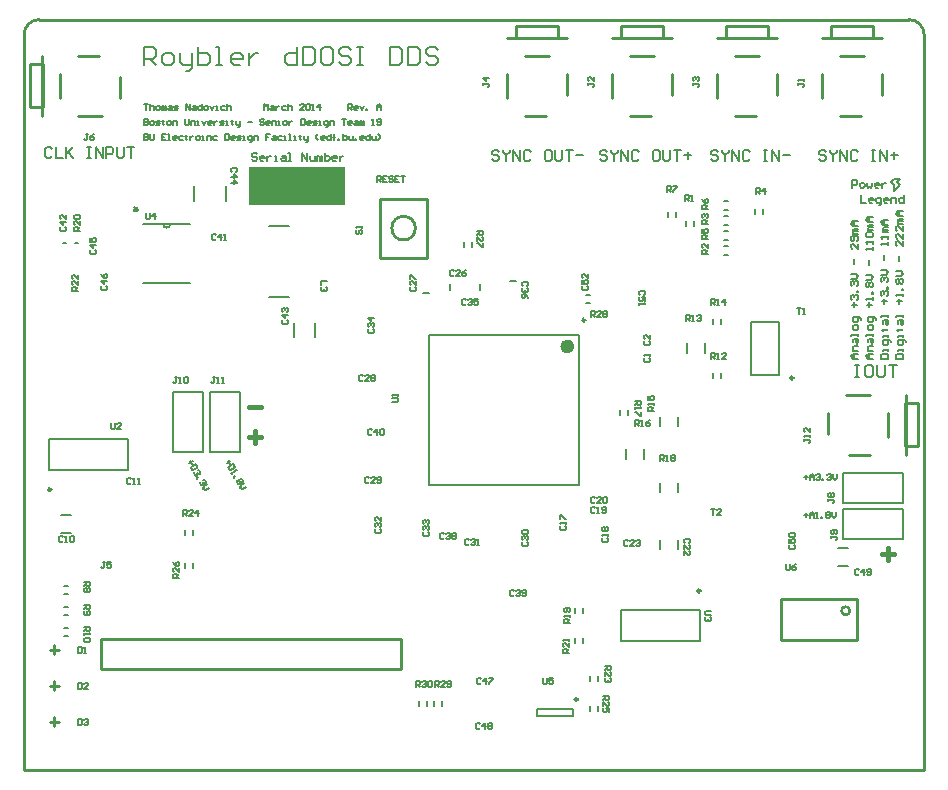
<source format=gto>
%FSLAX44Y44*%
%MOMM*%
G71*
G01*
G75*
G04 Layer_Color=65535*
%ADD10R,1.8034X1.1176*%
%ADD11R,5.3000X5.3000*%
%ADD12O,1.6500X0.2700*%
%ADD13O,0.2700X1.6500*%
%ADD14R,1.2700X1.2700*%
%ADD15R,0.7000X0.9000*%
%ADD16R,0.8000X0.9000*%
%ADD17R,0.9000X0.8000*%
%ADD18R,2.5400X1.6510*%
G04:AMPARAMS|DCode=19|XSize=1.651mm|YSize=2.54mm|CornerRadius=0.4128mm|HoleSize=0mm|Usage=FLASHONLY|Rotation=270.000|XOffset=0mm|YOffset=0mm|HoleType=Round|Shape=RoundedRectangle|*
%AMROUNDEDRECTD19*
21,1,1.6510,1.7145,0,0,270.0*
21,1,0.8255,2.5400,0,0,270.0*
1,1,0.8255,-0.8572,-0.4128*
1,1,0.8255,-0.8572,0.4128*
1,1,0.8255,0.8572,0.4128*
1,1,0.8255,0.8572,-0.4128*
%
%ADD19ROUNDEDRECTD19*%
%ADD20R,0.9000X0.7000*%
%ADD21R,1.7000X1.1000*%
%ADD22R,1.0000X2.7000*%
%ADD23R,3.2000X2.7000*%
%ADD24R,0.6096X0.5588*%
%ADD25R,2.6924X1.1176*%
%ADD26R,0.5588X0.6096*%
%ADD27R,2.0000X6.0000*%
%ADD28R,1.4000X1.1000*%
%ADD29R,1.1000X1.7000*%
%ADD30R,1.1000X1.4000*%
G04:AMPARAMS|DCode=31|XSize=1mm|YSize=1.55mm|CornerRadius=0.25mm|HoleSize=0mm|Usage=FLASHONLY|Rotation=270.000|XOffset=0mm|YOffset=0mm|HoleType=Round|Shape=RoundedRectangle|*
%AMROUNDEDRECTD31*
21,1,1.0000,1.0500,0,0,270.0*
21,1,0.5000,1.5500,0,0,270.0*
1,1,0.5000,-0.5250,-0.2500*
1,1,0.5000,-0.5250,0.2500*
1,1,0.5000,0.5250,0.2500*
1,1,0.5000,0.5250,-0.2500*
%
%ADD31ROUNDEDRECTD31*%
%ADD32R,1.5500X1.0000*%
%ADD33R,3.3000X1.8000*%
%ADD34R,1.0000X1.5000*%
G04:AMPARAMS|DCode=35|XSize=1mm|YSize=1.5mm|CornerRadius=0.25mm|HoleSize=0mm|Usage=FLASHONLY|Rotation=180.000|XOffset=0mm|YOffset=0mm|HoleType=Round|Shape=RoundedRectangle|*
%AMROUNDEDRECTD35*
21,1,1.0000,1.0000,0,0,180.0*
21,1,0.5000,1.5000,0,0,180.0*
1,1,0.5000,-0.2500,0.5000*
1,1,0.5000,0.2500,0.5000*
1,1,0.5000,0.2500,-0.5000*
1,1,0.5000,-0.2500,-0.5000*
%
%ADD35ROUNDEDRECTD35*%
%ADD36R,2.3876X3.0988*%
%ADD37R,1.9812X0.4608*%
%ADD38R,0.6000X0.8500*%
%ADD39C,1.2700*%
%ADD40C,0.2032*%
%ADD41C,0.3048*%
%ADD42C,0.4064*%
%ADD43C,0.4277*%
%ADD44C,0.3999*%
%ADD45C,0.4572*%
%ADD46C,0.7620*%
%ADD47C,0.6350*%
%ADD48C,0.2540*%
%ADD49R,6.8580X10.1600*%
%ADD50R,8.8900X8.8900*%
%ADD51R,12.7000X8.8900*%
%ADD52R,1.5240X1.5240*%
%ADD53C,1.5240*%
%ADD54C,1.8000*%
%ADD55C,1.7272*%
%ADD56C,2.4000*%
%ADD57C,1.5000*%
%ADD58R,1.5000X1.5000*%
%ADD59R,1.5000X1.5000*%
%ADD60C,0.6350*%
%ADD61C,0.6096*%
%ADD62C,0.6600*%
%ADD63C,1.0160*%
%ADD64C,0.3810*%
%ADD65R,4.5720X4.4450*%
%ADD66R,6.9850X1.7780*%
%ADD67C,2.0320*%
G04:AMPARAMS|DCode=68|XSize=2.524mm|YSize=2.524mm|CornerRadius=0mm|HoleSize=0mm|Usage=FLASHONLY|Rotation=0.000|XOffset=0mm|YOffset=0mm|HoleType=Round|Shape=Relief|Width=0.254mm|Gap=0.254mm|Entries=4|*
%AMTHD68*
7,0,0,2.5240,2.0160,0.2540,45*
%
%ADD68THD68*%
%ADD69C,2.0160*%
%ADD70C,2.0828*%
%ADD71C,2.8160*%
%ADD72C,1.9160*%
G04:AMPARAMS|DCode=73|XSize=2.424mm|YSize=2.424mm|CornerRadius=0mm|HoleSize=0mm|Usage=FLASHONLY|Rotation=0.000|XOffset=0mm|YOffset=0mm|HoleType=Round|Shape=Relief|Width=0.254mm|Gap=0.254mm|Entries=4|*
%AMTHD73*
7,0,0,2.4240,1.9160,0.2540,45*
%
%ADD73THD73*%
%ADD74C,1.3970*%
%ADD75C,1.3208*%
%ADD76C,1.3460*%
%ADD77R,4.4450X4.4450*%
G04:AMPARAMS|DCode=78|XSize=2.54mm|YSize=2.54mm|CornerRadius=0mm|HoleSize=0mm|Usage=FLASHONLY|Rotation=0.000|XOffset=0mm|YOffset=0mm|HoleType=Round|Shape=Relief|Width=0.254mm|Gap=0.254mm|Entries=4|*
%AMTHD78*
7,0,0,2.5400,2.0320,0.2540,45*
%
%ADD78THD78*%
G04:AMPARAMS|DCode=79|XSize=3.324mm|YSize=3.324mm|CornerRadius=0mm|HoleSize=0mm|Usage=FLASHONLY|Rotation=0.000|XOffset=0mm|YOffset=0mm|HoleType=Round|Shape=Relief|Width=0.254mm|Gap=0.254mm|Entries=4|*
%AMTHD79*
7,0,0,3.3240,2.8160,0.2540,45*
%
%ADD79THD79*%
%ADD80R,1.8000X0.7000*%
G04:AMPARAMS|DCode=81|XSize=0.7mm|YSize=1.8mm|CornerRadius=0.175mm|HoleSize=0mm|Usage=FLASHONLY|Rotation=90.000|XOffset=0mm|YOffset=0mm|HoleType=Round|Shape=RoundedRectangle|*
%AMROUNDEDRECTD81*
21,1,0.7000,1.4500,0,0,90.0*
21,1,0.3500,1.8000,0,0,90.0*
1,1,0.3500,0.7250,0.1750*
1,1,0.3500,0.7250,-0.1750*
1,1,0.3500,-0.7250,-0.1750*
1,1,0.3500,-0.7250,0.1750*
%
%ADD81ROUNDEDRECTD81*%
%ADD82O,1.8500X0.3500*%
%ADD83C,0.6000*%
%ADD84C,0.2500*%
%ADD85C,0.1524*%
%ADD86C,0.1270*%
%ADD87C,0.2000*%
%ADD88C,0.1778*%
%ADD89R,8.1280X3.3020*%
D48*
X521810Y654050D02*
G03*
X521810Y654050I-10000J0D01*
G01*
X889635Y330080D02*
G03*
X889635Y330080I-3535J0D01*
G01*
X215900Y232410D02*
Y240030D01*
X212090Y236220D02*
X219710D01*
X215900Y293370D02*
Y300990D01*
X212090Y297180D02*
X219710D01*
X215900Y262890D02*
Y270510D01*
X212090Y266700D02*
X219710D01*
X255270Y280670D02*
Y306070D01*
X509270D01*
X255270Y280670D02*
X509270D01*
Y306070D01*
X531810Y629050D02*
Y679050D01*
X491810D02*
X531810D01*
X491810Y629050D02*
Y679050D01*
Y629050D02*
X531810D01*
X936620Y505680D02*
X947420D01*
Y469680D02*
Y505680D01*
X936620Y469680D02*
Y505680D01*
X922020Y477520D02*
Y497840D01*
X889000Y462280D02*
X906780D01*
X871220Y480060D02*
Y497840D01*
X886460Y513080D02*
X906780D01*
X937260Y462280D02*
Y513080D01*
Y462280D02*
Y513080D01*
X936620Y469680D02*
X947420D01*
X195580Y756700D02*
X206380D01*
X195580D02*
Y792700D01*
X206380Y756700D02*
Y792700D01*
X220980Y764540D02*
Y784860D01*
X236220Y800100D02*
X254000D01*
X271780Y764540D02*
Y782320D01*
X236220Y749300D02*
X256540D01*
X205740D02*
Y800100D01*
Y749300D02*
Y800100D01*
X195580Y792700D02*
X206380D01*
X642840Y814700D02*
Y825500D01*
X599440Y815340D02*
X650240D01*
X599440D02*
X650240D01*
X599440Y764540D02*
Y784860D01*
X614680Y749300D02*
X632460D01*
X650240Y767080D02*
Y784860D01*
X614680Y800100D02*
X635000D01*
X606840Y814700D02*
X642840D01*
X606840Y825500D02*
X642840D01*
X606840Y814700D02*
Y825500D01*
X731740Y814700D02*
Y825500D01*
X688340Y815340D02*
X739140D01*
X688340D02*
X739140D01*
X688340Y764540D02*
Y784860D01*
X703580Y749300D02*
X721360D01*
X739140Y767080D02*
Y784860D01*
X703580Y800100D02*
X723900D01*
X695740Y814700D02*
X731740D01*
X695740Y825500D02*
X731740D01*
X695740Y814700D02*
Y825500D01*
X820640Y814700D02*
Y825500D01*
X777240Y815340D02*
X828040D01*
X777240D02*
X828040D01*
X777240Y764540D02*
Y784860D01*
X792480Y749300D02*
X810260D01*
X828040Y767080D02*
Y784860D01*
X792480Y800100D02*
X812800D01*
X784640Y814700D02*
X820640D01*
X784640Y825500D02*
X820640D01*
X784640Y814700D02*
Y825500D01*
X909540Y814700D02*
Y825500D01*
X866140Y815340D02*
X916940D01*
X866140D02*
X916940D01*
X866140Y764540D02*
Y784860D01*
X881380Y749300D02*
X899160D01*
X916940Y767080D02*
Y784860D01*
X881380Y800100D02*
X901700D01*
X873540Y814700D02*
X909540D01*
X873540Y825500D02*
X909540D01*
X873540Y814700D02*
Y825500D01*
X831100Y305080D02*
X896100D01*
Y340080D01*
X831100D02*
X896100D01*
X831100Y305080D02*
Y340080D01*
X952500Y817880D02*
G03*
X939800Y830580I-12700J0D01*
G01*
X203200D02*
G03*
X190500Y817880I0J-12700D01*
G01*
X203200Y830580D02*
X939800D01*
X952500Y195580D02*
Y817880D01*
X190500Y195580D02*
Y817880D01*
Y195580D02*
X952500D01*
D64*
X916940Y378457D02*
X927097D01*
X922018Y383536D02*
Y373379D01*
X381000Y502918D02*
X391157D01*
X381000Y477518D02*
X391157D01*
X386078Y482596D02*
Y472439D01*
D83*
X653400Y553880D02*
G03*
X653400Y553880I-3000J0D01*
G01*
D84*
X665650Y576130D02*
G03*
X665650Y576130I-1250J0D01*
G01*
X213360Y432780D02*
G03*
X213360Y432780I-1250J0D01*
G01*
X763230Y347000D02*
G03*
X763230Y347000I-1250J0D01*
G01*
X841880Y527200D02*
G03*
X841880Y527200I-1250J0D01*
G01*
X659330Y255090D02*
G03*
X659330Y255090I-1250J0D01*
G01*
D85*
X308102Y657479D02*
G03*
X314198Y657479I3048J0D01*
G01*
X437007Y561619D02*
Y573761D01*
X418973Y561619D02*
Y573761D01*
X361442Y677189D02*
Y689331D01*
X334518Y677189D02*
Y689331D01*
X398227Y596110D02*
X414573D01*
X398227Y656110D02*
X414573D01*
X291211Y657479D02*
X331089D01*
X291211Y607441D02*
X331089D01*
X835660Y369568D02*
Y365336D01*
X836506Y364490D01*
X838199D01*
X839046Y365336D01*
Y369568D01*
X844124D02*
X842431Y368722D01*
X840738Y367029D01*
Y365336D01*
X841585Y364490D01*
X843278D01*
X844124Y365336D01*
Y366183D01*
X843278Y367029D01*
X840738D01*
X629920Y273048D02*
Y268816D01*
X630766Y267970D01*
X632459D01*
X633306Y268816D01*
Y273048D01*
X638384D02*
X634998D01*
Y270509D01*
X636691Y271356D01*
X637537D01*
X638384Y270509D01*
Y268816D01*
X637537Y267970D01*
X635845D01*
X634998Y268816D01*
X772158Y330200D02*
X767926D01*
X767080Y329354D01*
Y327661D01*
X767926Y326814D01*
X772158D01*
X771312Y325122D02*
X772158Y324275D01*
Y322583D01*
X771312Y321736D01*
X770466D01*
X769619Y322583D01*
Y323429D01*
Y322583D01*
X768773Y321736D01*
X767926D01*
X767080Y322583D01*
Y324275D01*
X767926Y325122D01*
X264160Y488948D02*
Y484716D01*
X265006Y483870D01*
X266699D01*
X267546Y484716D01*
Y488948D01*
X272624Y483870D02*
X269238D01*
X272624Y487256D01*
Y488102D01*
X271777Y488948D01*
X270085D01*
X269238Y488102D01*
X501652Y506730D02*
X505884D01*
X506730Y507576D01*
Y509269D01*
X505884Y510116D01*
X501652D01*
X506730Y511808D02*
Y513501D01*
Y512655D01*
X501652D01*
X502498Y511808D01*
X772160Y416558D02*
X775546D01*
X773853D01*
Y411480D01*
X780624D02*
X777238D01*
X780624Y414866D01*
Y415712D01*
X779778Y416558D01*
X778085D01*
X777238Y415712D01*
X844550Y586738D02*
X847936D01*
X846243D01*
Y581660D01*
X849628D02*
X851321D01*
X850475D01*
Y586738D01*
X849628Y585892D01*
X472018Y652356D02*
X471172Y651509D01*
Y649816D01*
X472018Y648970D01*
X472864D01*
X473711Y649816D01*
Y651509D01*
X474557Y652356D01*
X475404D01*
X476250Y651509D01*
Y649816D01*
X475404Y648970D01*
X476250Y654048D02*
Y655741D01*
Y654895D01*
X471172D01*
X472018Y654048D01*
X670560Y579120D02*
Y584198D01*
X673099D01*
X673946Y583352D01*
Y581659D01*
X673099Y580813D01*
X670560D01*
X672253D02*
X673946Y579120D01*
X679024D02*
X675638D01*
X679024Y582506D01*
Y583352D01*
X678177Y584198D01*
X676485D01*
X675638Y583352D01*
X680717D02*
X681563Y584198D01*
X683256D01*
X684102Y583352D01*
Y582506D01*
X683256Y581659D01*
X684102Y580813D01*
Y579966D01*
X683256Y579120D01*
X681563D01*
X680717Y579966D01*
Y580813D01*
X681563Y581659D01*
X680717Y582506D01*
Y583352D01*
X681563Y581659D02*
X683256D01*
X574040Y651510D02*
X579118D01*
Y648971D01*
X578272Y648124D01*
X576579D01*
X575733Y648971D01*
Y651510D01*
Y649817D02*
X574040Y648124D01*
Y643046D02*
Y646432D01*
X577426Y643046D01*
X578272D01*
X579118Y643893D01*
Y645585D01*
X578272Y646432D01*
X579118Y641353D02*
Y637968D01*
X578272D01*
X574886Y641353D01*
X574040D01*
X321310Y358140D02*
X316232D01*
Y360679D01*
X317078Y361526D01*
X318771D01*
X319617Y360679D01*
Y358140D01*
Y359833D02*
X321310Y361526D01*
Y366604D02*
Y363218D01*
X317924Y366604D01*
X317078D01*
X316232Y365757D01*
Y364065D01*
X317078Y363218D01*
X316232Y371682D02*
X317078Y369990D01*
X318771Y368297D01*
X320464D01*
X321310Y369143D01*
Y370836D01*
X320464Y371682D01*
X319617D01*
X318771Y370836D01*
Y368297D01*
X680720Y257810D02*
X685798D01*
Y255271D01*
X684952Y254424D01*
X683259D01*
X682413Y255271D01*
Y257810D01*
Y256117D02*
X680720Y254424D01*
Y249346D02*
Y252732D01*
X684106Y249346D01*
X684952D01*
X685798Y250193D01*
Y251885D01*
X684952Y252732D01*
X685798Y244268D02*
Y247653D01*
X683259D01*
X684106Y245961D01*
Y245114D01*
X683259Y244268D01*
X681566D01*
X680720Y245114D01*
Y246807D01*
X681566Y247653D01*
X325120Y410210D02*
Y415288D01*
X327659D01*
X328506Y414442D01*
Y412749D01*
X327659Y411903D01*
X325120D01*
X326813D02*
X328506Y410210D01*
X333584D02*
X330198D01*
X333584Y413596D01*
Y414442D01*
X332738Y415288D01*
X331045D01*
X330198Y414442D01*
X337816Y410210D02*
Y415288D01*
X335277Y412749D01*
X338662D01*
X681990Y283210D02*
X687068D01*
Y280671D01*
X686222Y279824D01*
X684529D01*
X683683Y280671D01*
Y283210D01*
Y281517D02*
X681990Y279824D01*
Y274746D02*
Y278132D01*
X685376Y274746D01*
X686222D01*
X687068Y275592D01*
Y277285D01*
X686222Y278132D01*
Y273053D02*
X687068Y272207D01*
Y270514D01*
X686222Y269668D01*
X685376D01*
X684529Y270514D01*
Y271360D01*
Y270514D01*
X683683Y269668D01*
X682836D01*
X681990Y270514D01*
Y272207D01*
X682836Y273053D01*
X236220Y600710D02*
X231142D01*
Y603249D01*
X231988Y604096D01*
X233681D01*
X234527Y603249D01*
Y600710D01*
Y602403D02*
X236220Y604096D01*
Y609174D02*
Y605788D01*
X232834Y609174D01*
X231988D01*
X231142Y608327D01*
Y606635D01*
X231988Y605788D01*
X236220Y614252D02*
Y610867D01*
X232834Y614252D01*
X231988D01*
X231142Y613406D01*
Y611713D01*
X231988Y610867D01*
X651510Y294640D02*
X646432D01*
Y297179D01*
X647278Y298026D01*
X648971D01*
X649817Y297179D01*
Y294640D01*
Y296333D02*
X651510Y298026D01*
Y303104D02*
Y299718D01*
X648124Y303104D01*
X647278D01*
X646432Y302257D01*
Y300565D01*
X647278Y299718D01*
X651510Y304797D02*
Y306490D01*
Y305643D01*
X646432D01*
X647278Y304797D01*
X237490Y651510D02*
X232412D01*
Y654049D01*
X233258Y654896D01*
X234951D01*
X235797Y654049D01*
Y651510D01*
Y653203D02*
X237490Y654896D01*
Y659974D02*
Y656588D01*
X234104Y659974D01*
X233258D01*
X232412Y659128D01*
Y657435D01*
X233258Y656588D01*
Y661667D02*
X232412Y662513D01*
Y664206D01*
X233258Y665052D01*
X236644D01*
X237490Y664206D01*
Y662513D01*
X236644Y661667D01*
X233258D01*
X652780Y320040D02*
X647702D01*
Y322579D01*
X648548Y323426D01*
X650241D01*
X651087Y322579D01*
Y320040D01*
Y321733D02*
X652780Y323426D01*
Y325118D02*
Y326811D01*
Y325965D01*
X647702D01*
X648548Y325118D01*
X651934Y329350D02*
X652780Y330197D01*
Y331889D01*
X651934Y332736D01*
X648548D01*
X647702Y331889D01*
Y330197D01*
X648548Y329350D01*
X649394D01*
X650241Y330197D01*
Y332736D01*
X728980Y457200D02*
Y462278D01*
X731519D01*
X732366Y461432D01*
Y459739D01*
X731519Y458893D01*
X728980D01*
X730673D02*
X732366Y457200D01*
X734058D02*
X735751D01*
X734905D01*
Y462278D01*
X734058Y461432D01*
X738290D02*
X739137Y462278D01*
X740829D01*
X741676Y461432D01*
Y460586D01*
X740829Y459739D01*
X741676Y458893D01*
Y458046D01*
X740829Y457200D01*
X739137D01*
X738290Y458046D01*
Y458893D01*
X739137Y459739D01*
X738290Y460586D01*
Y461432D01*
X739137Y459739D02*
X740829D01*
X707390Y508000D02*
X712468D01*
Y505461D01*
X711622Y504614D01*
X709929D01*
X709083Y505461D01*
Y508000D01*
Y506307D02*
X707390Y504614D01*
Y502922D02*
Y501229D01*
Y502075D01*
X712468D01*
X711622Y502922D01*
X712468Y498690D02*
Y495304D01*
X711622D01*
X708236Y498690D01*
X707390D01*
Y486410D02*
Y491488D01*
X709929D01*
X710776Y490642D01*
Y488949D01*
X709929Y488103D01*
X707390D01*
X709083D02*
X710776Y486410D01*
X712468D02*
X714161D01*
X713315D01*
Y491488D01*
X712468Y490642D01*
X720086Y491488D02*
X718393Y490642D01*
X716700Y488949D01*
Y487256D01*
X717547Y486410D01*
X719240D01*
X720086Y487256D01*
Y488103D01*
X719240Y488949D01*
X716700D01*
X723900Y499110D02*
X718822D01*
Y501649D01*
X719668Y502496D01*
X721361D01*
X722207Y501649D01*
Y499110D01*
Y500803D02*
X723900Y502496D01*
Y504188D02*
Y505881D01*
Y505035D01*
X718822D01*
X719668Y504188D01*
X718822Y511806D02*
Y508420D01*
X721361D01*
X720514Y510113D01*
Y510960D01*
X721361Y511806D01*
X723054D01*
X723900Y510960D01*
Y509267D01*
X723054Y508420D01*
X772160Y589280D02*
Y594358D01*
X774699D01*
X775546Y593512D01*
Y591819D01*
X774699Y590973D01*
X772160D01*
X773853D02*
X775546Y589280D01*
X777238D02*
X778931D01*
X778085D01*
Y594358D01*
X777238Y593512D01*
X784009Y589280D02*
Y594358D01*
X781470Y591819D01*
X784856D01*
X750570Y575310D02*
Y580388D01*
X753109D01*
X753956Y579542D01*
Y577849D01*
X753109Y577003D01*
X750570D01*
X752263D02*
X753956Y575310D01*
X755648D02*
X757341D01*
X756495D01*
Y580388D01*
X755648Y579542D01*
X759880D02*
X760727Y580388D01*
X762420D01*
X763266Y579542D01*
Y578696D01*
X762420Y577849D01*
X761573D01*
X762420D01*
X763266Y577003D01*
Y576156D01*
X762420Y575310D01*
X760727D01*
X759880Y576156D01*
X772160Y543560D02*
Y548638D01*
X774699D01*
X775546Y547792D01*
Y546099D01*
X774699Y545253D01*
X772160D01*
X773853D02*
X775546Y543560D01*
X777238D02*
X778931D01*
X778085D01*
Y548638D01*
X777238Y547792D01*
X784856Y543560D02*
X781470D01*
X784856Y546946D01*
Y547792D01*
X784009Y548638D01*
X782317D01*
X781470Y547792D01*
X241300Y316230D02*
X246378D01*
Y313691D01*
X245532Y312844D01*
X243839D01*
X242993Y313691D01*
Y316230D01*
Y314537D02*
X241300Y312844D01*
Y311152D02*
Y309459D01*
Y310305D01*
X246378D01*
X245532Y311152D01*
Y306920D02*
X246378Y306073D01*
Y304380D01*
X245532Y303534D01*
X242146D01*
X241300Y304380D01*
Y306073D01*
X242146Y306920D01*
X245532D01*
X241300Y335280D02*
X246378D01*
Y332741D01*
X245532Y331894D01*
X243839D01*
X242993Y332741D01*
Y335280D01*
Y333587D02*
X241300Y331894D01*
X242146Y330202D02*
X241300Y329355D01*
Y327663D01*
X242146Y326816D01*
X245532D01*
X246378Y327663D01*
Y329355D01*
X245532Y330202D01*
X244686D01*
X243839Y329355D01*
Y326816D01*
X241300Y354330D02*
X246378D01*
Y351791D01*
X245532Y350944D01*
X243839D01*
X242993Y351791D01*
Y354330D01*
Y352637D02*
X241300Y350944D01*
X245532Y349252D02*
X246378Y348405D01*
Y346712D01*
X245532Y345866D01*
X244686D01*
X243839Y346712D01*
X242993Y345866D01*
X242146D01*
X241300Y346712D01*
Y348405D01*
X242146Y349252D01*
X242993D01*
X243839Y348405D01*
X244686Y349252D01*
X245532D01*
X243839Y348405D02*
Y346712D01*
X734568Y684784D02*
Y689862D01*
X737107D01*
X737954Y689016D01*
Y687323D01*
X737107Y686477D01*
X734568D01*
X736261D02*
X737954Y684784D01*
X739646Y689862D02*
X743032D01*
Y689016D01*
X739646Y685630D01*
Y684784D01*
X769620Y670560D02*
X764542D01*
Y673099D01*
X765388Y673946D01*
X767081D01*
X767927Y673099D01*
Y670560D01*
Y672253D02*
X769620Y673946D01*
X764542Y679024D02*
X765388Y677331D01*
X767081Y675638D01*
X768774D01*
X769620Y676485D01*
Y678177D01*
X768774Y679024D01*
X767927D01*
X767081Y678177D01*
Y675638D01*
X769620Y645160D02*
X764542D01*
Y647699D01*
X765388Y648546D01*
X767081D01*
X767927Y647699D01*
Y645160D01*
Y646853D02*
X769620Y648546D01*
X764542Y653624D02*
Y650238D01*
X767081D01*
X766234Y651931D01*
Y652777D01*
X767081Y653624D01*
X768774D01*
X769620Y652777D01*
Y651085D01*
X768774Y650238D01*
X810260Y683260D02*
Y688338D01*
X812799D01*
X813646Y687492D01*
Y685799D01*
X812799Y684953D01*
X810260D01*
X811953D02*
X813646Y683260D01*
X817878D02*
Y688338D01*
X815338Y685799D01*
X818724D01*
X769620Y657860D02*
X764542D01*
Y660399D01*
X765388Y661246D01*
X767081D01*
X767927Y660399D01*
Y657860D01*
Y659553D02*
X769620Y661246D01*
X765388Y662938D02*
X764542Y663785D01*
Y665478D01*
X765388Y666324D01*
X766234D01*
X767081Y665478D01*
Y664631D01*
Y665478D01*
X767927Y666324D01*
X768774D01*
X769620Y665478D01*
Y663785D01*
X768774Y662938D01*
X769620Y632460D02*
X764542D01*
Y634999D01*
X765388Y635846D01*
X767081D01*
X767927Y634999D01*
Y632460D01*
Y634153D02*
X769620Y635846D01*
Y640924D02*
Y637538D01*
X766234Y640924D01*
X765388D01*
X764542Y640078D01*
Y638385D01*
X765388Y637538D01*
X749808Y677164D02*
Y682242D01*
X752347D01*
X753194Y681396D01*
Y679703D01*
X752347Y678857D01*
X749808D01*
X751501D02*
X753194Y677164D01*
X754886D02*
X756579D01*
X755733D01*
Y682242D01*
X754886Y681396D01*
X447038Y609600D02*
X441960D01*
Y606214D01*
X446192Y604522D02*
X447038Y603675D01*
Y601982D01*
X446192Y601136D01*
X445346D01*
X444499Y601982D01*
Y602829D01*
Y601982D01*
X443653Y601136D01*
X442806D01*
X441960Y601982D01*
Y603675D01*
X442806Y604522D01*
X850902Y475826D02*
Y474133D01*
Y474979D01*
X855134D01*
X855980Y474133D01*
Y473286D01*
X855134Y472440D01*
X855980Y477518D02*
Y479211D01*
Y478365D01*
X850902D01*
X851748Y477518D01*
X855980Y485136D02*
Y481750D01*
X852594Y485136D01*
X851748D01*
X850902Y484290D01*
Y482597D01*
X851748Y481750D01*
X244686Y734058D02*
X242993D01*
X243839D01*
Y729826D01*
X242993Y728980D01*
X242146D01*
X241300Y729826D01*
X249764Y734058D02*
X248071Y733212D01*
X246378Y731519D01*
Y729826D01*
X247225Y728980D01*
X248918D01*
X249764Y729826D01*
Y730673D01*
X248918Y731519D01*
X246378D01*
X258910Y371092D02*
X257217D01*
X258063D01*
Y366860D01*
X257217Y366014D01*
X256370D01*
X255524Y366860D01*
X263988Y371092D02*
X260602D01*
Y368553D01*
X262295Y369400D01*
X263141D01*
X263988Y368553D01*
Y366860D01*
X263141Y366014D01*
X261449D01*
X260602Y366860D01*
X236220Y238758D02*
Y233680D01*
X238759D01*
X239606Y234526D01*
Y237912D01*
X238759Y238758D01*
X236220D01*
X241298Y237912D02*
X242145Y238758D01*
X243838D01*
X244684Y237912D01*
Y237066D01*
X243838Y236219D01*
X242991D01*
X243838D01*
X244684Y235373D01*
Y234526D01*
X243838Y233680D01*
X242145D01*
X241298Y234526D01*
X236220Y269238D02*
Y264160D01*
X238759D01*
X239606Y265006D01*
Y268392D01*
X238759Y269238D01*
X236220D01*
X244684Y264160D02*
X241298D01*
X244684Y267546D01*
Y268392D01*
X243838Y269238D01*
X242145D01*
X241298Y268392D01*
X236220Y299718D02*
Y294640D01*
X238759D01*
X239606Y295486D01*
Y298872D01*
X238759Y299718D01*
X236220D01*
X241298Y294640D02*
X242991D01*
X242145D01*
Y299718D01*
X241298Y298872D01*
X663788Y605366D02*
X662942Y604519D01*
Y602826D01*
X663788Y601980D01*
X667174D01*
X668020Y602826D01*
Y604519D01*
X667174Y605366D01*
X662942Y610444D02*
Y607058D01*
X665481D01*
X664634Y608751D01*
Y609598D01*
X665481Y610444D01*
X667174D01*
X668020Y609598D01*
Y607905D01*
X667174Y607058D01*
X668020Y615522D02*
Y612137D01*
X664634Y615522D01*
X663788D01*
X662942Y614676D01*
Y612983D01*
X663788Y612137D01*
X715432Y597324D02*
X716278Y598171D01*
Y599864D01*
X715432Y600710D01*
X712046D01*
X711200Y599864D01*
Y598171D01*
X712046Y597324D01*
X716278Y592246D02*
Y595632D01*
X713739D01*
X714586Y593939D01*
Y593092D01*
X713739Y592246D01*
X712046D01*
X711200Y593092D01*
Y594785D01*
X712046Y595632D01*
X711200Y590553D02*
Y588861D01*
Y589707D01*
X716278D01*
X715432Y590553D01*
X839048Y385656D02*
X838202Y384809D01*
Y383116D01*
X839048Y382270D01*
X842434D01*
X843280Y383116D01*
Y384809D01*
X842434Y385656D01*
X838202Y390734D02*
Y387348D01*
X840741D01*
X839894Y389041D01*
Y389888D01*
X840741Y390734D01*
X842434D01*
X843280Y389888D01*
Y388195D01*
X842434Y387348D01*
X839048Y392427D02*
X838202Y393273D01*
Y394966D01*
X839048Y395812D01*
X842434D01*
X843280Y394966D01*
Y393273D01*
X842434Y392427D01*
X839048D01*
X897466Y364912D02*
X896619Y365758D01*
X894926D01*
X894080Y364912D01*
Y361526D01*
X894926Y360680D01*
X896619D01*
X897466Y361526D01*
X901697Y360680D02*
Y365758D01*
X899158Y363219D01*
X902544D01*
X904237Y361526D02*
X905083Y360680D01*
X906776D01*
X907622Y361526D01*
Y364912D01*
X906776Y365758D01*
X905083D01*
X904237Y364912D01*
Y364066D01*
X905083Y363219D01*
X907622D01*
X576156Y234102D02*
X575309Y234948D01*
X573616D01*
X572770Y234102D01*
Y230716D01*
X573616Y229870D01*
X575309D01*
X576156Y230716D01*
X580387Y229870D02*
Y234948D01*
X577848Y232409D01*
X581234D01*
X582927Y234102D02*
X583773Y234948D01*
X585466D01*
X586312Y234102D01*
Y233256D01*
X585466Y232409D01*
X586312Y231563D01*
Y230716D01*
X585466Y229870D01*
X583773D01*
X582927Y230716D01*
Y231563D01*
X583773Y232409D01*
X582927Y233256D01*
Y234102D01*
X583773Y232409D02*
X585466D01*
X577426Y272202D02*
X576579Y273048D01*
X574886D01*
X574040Y272202D01*
Y268816D01*
X574886Y267970D01*
X576579D01*
X577426Y268816D01*
X581657Y267970D02*
Y273048D01*
X579118Y270509D01*
X582504D01*
X584197Y273048D02*
X587582D01*
Y272202D01*
X584197Y268816D01*
Y267970D01*
X256118Y605366D02*
X255272Y604519D01*
Y602826D01*
X256118Y601980D01*
X259504D01*
X260350Y602826D01*
Y604519D01*
X259504Y605366D01*
X260350Y609598D02*
X255272D01*
X257811Y607058D01*
Y610444D01*
X255272Y615522D02*
X256118Y613829D01*
X257811Y612137D01*
X259504D01*
X260350Y612983D01*
Y614676D01*
X259504Y615522D01*
X258657D01*
X257811Y614676D01*
Y612137D01*
X247228Y635846D02*
X246382Y634999D01*
Y633306D01*
X247228Y632460D01*
X250614D01*
X251460Y633306D01*
Y634999D01*
X250614Y635846D01*
X251460Y640078D02*
X246382D01*
X248921Y637538D01*
Y640924D01*
X246382Y646002D02*
Y642617D01*
X248921D01*
X248074Y644309D01*
Y645156D01*
X248921Y646002D01*
X250614D01*
X251460Y645156D01*
Y643463D01*
X250614Y642617D01*
X369992Y701464D02*
X370838Y702311D01*
Y704004D01*
X369992Y704850D01*
X366606D01*
X365760Y704004D01*
Y702311D01*
X366606Y701464D01*
X365760Y697233D02*
X370838D01*
X368299Y699772D01*
Y696386D01*
X365760Y692154D02*
X370838D01*
X368299Y694693D01*
Y691308D01*
X409788Y576156D02*
X408942Y575309D01*
Y573616D01*
X409788Y572770D01*
X413174D01*
X414020Y573616D01*
Y575309D01*
X413174Y576156D01*
X414020Y580387D02*
X408942D01*
X411481Y577848D01*
Y581234D01*
X409788Y582927D02*
X408942Y583773D01*
Y585466D01*
X409788Y586312D01*
X410634D01*
X411481Y585466D01*
Y584619D01*
Y585466D01*
X412327Y586312D01*
X413174D01*
X414020Y585466D01*
Y583773D01*
X413174Y582927D01*
X221828Y654896D02*
X220982Y654049D01*
Y652356D01*
X221828Y651510D01*
X225214D01*
X226060Y652356D01*
Y654049D01*
X225214Y654896D01*
X226060Y659128D02*
X220982D01*
X223521Y656588D01*
Y659974D01*
X226060Y665052D02*
Y661667D01*
X222674Y665052D01*
X221828D01*
X220982Y664206D01*
Y662513D01*
X221828Y661667D01*
X352636Y648122D02*
X351789Y648968D01*
X350096D01*
X349250Y648122D01*
Y644736D01*
X350096Y643890D01*
X351789D01*
X352636Y644736D01*
X356867Y643890D02*
Y648968D01*
X354328Y646429D01*
X357714D01*
X359407Y643890D02*
X361100D01*
X360253D01*
Y648968D01*
X359407Y648122D01*
X484716Y483022D02*
X483869Y483868D01*
X482176D01*
X481330Y483022D01*
Y479636D01*
X482176Y478790D01*
X483869D01*
X484716Y479636D01*
X488947Y478790D02*
Y483868D01*
X486408Y481329D01*
X489794D01*
X491487Y483022D02*
X492333Y483868D01*
X494026D01*
X494872Y483022D01*
Y479636D01*
X494026Y478790D01*
X492333D01*
X491487Y479636D01*
Y483022D01*
X605366Y347132D02*
X604519Y347978D01*
X602826D01*
X601980Y347132D01*
Y343746D01*
X602826Y342900D01*
X604519D01*
X605366Y343746D01*
X607058Y347132D02*
X607905Y347978D01*
X609598D01*
X610444Y347132D01*
Y346286D01*
X609598Y345439D01*
X608751D01*
X609598D01*
X610444Y344593D01*
Y343746D01*
X609598Y342900D01*
X607905D01*
X607058Y343746D01*
X612137D02*
X612983Y342900D01*
X614676D01*
X615522Y343746D01*
Y347132D01*
X614676Y347978D01*
X612983D01*
X612137Y347132D01*
Y346286D01*
X612983Y345439D01*
X615522D01*
X545676Y395392D02*
X544829Y396238D01*
X543136D01*
X542290Y395392D01*
Y392006D01*
X543136Y391160D01*
X544829D01*
X545676Y392006D01*
X547368Y395392D02*
X548215Y396238D01*
X549907D01*
X550754Y395392D01*
Y394546D01*
X549907Y393699D01*
X549061D01*
X549907D01*
X550754Y392853D01*
Y392006D01*
X549907Y391160D01*
X548215D01*
X547368Y392006D01*
X552447Y395392D02*
X553293Y396238D01*
X554986D01*
X555832Y395392D01*
Y394546D01*
X554986Y393699D01*
X555832Y392853D01*
Y392006D01*
X554986Y391160D01*
X553293D01*
X552447Y392006D01*
Y392853D01*
X553293Y393699D01*
X552447Y394546D01*
Y395392D01*
X553293Y393699D02*
X554986D01*
X616300Y604944D02*
X617146Y605791D01*
Y607484D01*
X616300Y608330D01*
X612914D01*
X612068Y607484D01*
Y605791D01*
X612914Y604944D01*
X616300Y603252D02*
X617146Y602405D01*
Y600713D01*
X616300Y599866D01*
X615454D01*
X614607Y600713D01*
Y601559D01*
Y600713D01*
X613761Y599866D01*
X612914D01*
X612068Y600713D01*
Y602405D01*
X612914Y603252D01*
X617146Y594788D02*
X616300Y596480D01*
X614607Y598173D01*
X612914D01*
X612068Y597327D01*
Y595634D01*
X612914Y594788D01*
X613761D01*
X614607Y595634D01*
Y598173D01*
X564726Y593512D02*
X563879Y594358D01*
X562186D01*
X561340Y593512D01*
Y590126D01*
X562186Y589280D01*
X563879D01*
X564726Y590126D01*
X566418Y593512D02*
X567265Y594358D01*
X568957D01*
X569804Y593512D01*
Y592666D01*
X568957Y591819D01*
X568111D01*
X568957D01*
X569804Y590973D01*
Y590126D01*
X568957Y589280D01*
X567265D01*
X566418Y590126D01*
X574882Y594358D02*
X571497D01*
Y591819D01*
X573190Y592666D01*
X574036D01*
X574882Y591819D01*
Y590126D01*
X574036Y589280D01*
X572343D01*
X571497Y590126D01*
X482178Y568536D02*
X481332Y567689D01*
Y565996D01*
X482178Y565150D01*
X485564D01*
X486410Y565996D01*
Y567689D01*
X485564Y568536D01*
X482178Y570228D02*
X481332Y571075D01*
Y572767D01*
X482178Y573614D01*
X483024D01*
X483871Y572767D01*
Y571921D01*
Y572767D01*
X484717Y573614D01*
X485564D01*
X486410Y572767D01*
Y571075D01*
X485564Y570228D01*
X486410Y577846D02*
X481332D01*
X483871Y575307D01*
Y578692D01*
X529168Y397086D02*
X528322Y396239D01*
Y394546D01*
X529168Y393700D01*
X532554D01*
X533400Y394546D01*
Y396239D01*
X532554Y397086D01*
X529168Y398778D02*
X528322Y399625D01*
Y401317D01*
X529168Y402164D01*
X530014D01*
X530861Y401317D01*
Y400471D01*
Y401317D01*
X531707Y402164D01*
X532554D01*
X533400Y401317D01*
Y399625D01*
X532554Y398778D01*
X529168Y403857D02*
X528322Y404703D01*
Y406396D01*
X529168Y407242D01*
X530014D01*
X530861Y406396D01*
Y405550D01*
Y406396D01*
X531707Y407242D01*
X532554D01*
X533400Y406396D01*
Y404703D01*
X532554Y403857D01*
X488528Y399626D02*
X487682Y398779D01*
Y397086D01*
X488528Y396240D01*
X491914D01*
X492760Y397086D01*
Y398779D01*
X491914Y399626D01*
X488528Y401318D02*
X487682Y402165D01*
Y403857D01*
X488528Y404704D01*
X489374D01*
X490221Y403857D01*
Y403011D01*
Y403857D01*
X491067Y404704D01*
X491914D01*
X492760Y403857D01*
Y402165D01*
X491914Y401318D01*
X492760Y409782D02*
Y406397D01*
X489374Y409782D01*
X488528D01*
X487682Y408936D01*
Y407243D01*
X488528Y406397D01*
X567266Y390312D02*
X566419Y391158D01*
X564726D01*
X563880Y390312D01*
Y386926D01*
X564726Y386080D01*
X566419D01*
X567266Y386926D01*
X568958Y390312D02*
X569805Y391158D01*
X571497D01*
X572344Y390312D01*
Y389466D01*
X571497Y388619D01*
X570651D01*
X571497D01*
X572344Y387773D01*
Y386926D01*
X571497Y386080D01*
X569805D01*
X568958Y386926D01*
X574037Y386080D02*
X575729D01*
X574883D01*
Y391158D01*
X574037Y390312D01*
X613115Y388196D02*
X612269Y387349D01*
Y385656D01*
X613115Y384810D01*
X616501D01*
X617347Y385656D01*
Y387349D01*
X616501Y388196D01*
X613115Y389888D02*
X612269Y390735D01*
Y392427D01*
X613115Y393274D01*
X613961D01*
X614808Y392427D01*
Y391581D01*
Y392427D01*
X615654Y393274D01*
X616501D01*
X617347Y392427D01*
Y390735D01*
X616501Y389888D01*
X613115Y394967D02*
X612269Y395813D01*
Y397506D01*
X613115Y398352D01*
X616501D01*
X617347Y397506D01*
Y395813D01*
X616501Y394967D01*
X613115D01*
X482176Y442382D02*
X481329Y443228D01*
X479636D01*
X478790Y442382D01*
Y438996D01*
X479636Y438150D01*
X481329D01*
X482176Y438996D01*
X487254Y438150D02*
X483868D01*
X487254Y441536D01*
Y442382D01*
X486408Y443228D01*
X484715D01*
X483868Y442382D01*
X488947Y438996D02*
X489793Y438150D01*
X491486D01*
X492332Y438996D01*
Y442382D01*
X491486Y443228D01*
X489793D01*
X488947Y442382D01*
Y441536D01*
X489793Y440689D01*
X492332D01*
X477096Y528742D02*
X476249Y529588D01*
X474556D01*
X473710Y528742D01*
Y525356D01*
X474556Y524510D01*
X476249D01*
X477096Y525356D01*
X482174Y524510D02*
X478788D01*
X482174Y527896D01*
Y528742D01*
X481328Y529588D01*
X479635D01*
X478788Y528742D01*
X483867D02*
X484713Y529588D01*
X486406D01*
X487252Y528742D01*
Y527896D01*
X486406Y527049D01*
X487252Y526203D01*
Y525356D01*
X486406Y524510D01*
X484713D01*
X483867Y525356D01*
Y526203D01*
X484713Y527049D01*
X483867Y527896D01*
Y528742D01*
X484713Y527049D02*
X486406D01*
X517738Y604096D02*
X516892Y603249D01*
Y601556D01*
X517738Y600710D01*
X521124D01*
X521970Y601556D01*
Y603249D01*
X521124Y604096D01*
X521970Y609174D02*
Y605788D01*
X518584Y609174D01*
X517738D01*
X516892Y608327D01*
Y606635D01*
X517738Y605788D01*
X516892Y610867D02*
Y614252D01*
X517738D01*
X521124Y610867D01*
X521970D01*
X554566Y617642D02*
X553719Y618488D01*
X552026D01*
X551180Y617642D01*
Y614256D01*
X552026Y613410D01*
X553719D01*
X554566Y614256D01*
X559644Y613410D02*
X556258D01*
X559644Y616796D01*
Y617642D01*
X558797Y618488D01*
X557105D01*
X556258Y617642D01*
X564722Y618488D02*
X563030Y617642D01*
X561337Y615949D01*
Y614256D01*
X562183Y613410D01*
X563876D01*
X564722Y614256D01*
Y615103D01*
X563876Y615949D01*
X561337D01*
X701886Y389042D02*
X701039Y389888D01*
X699346D01*
X698500Y389042D01*
Y385656D01*
X699346Y384810D01*
X701039D01*
X701886Y385656D01*
X706964Y384810D02*
X703578D01*
X706964Y388196D01*
Y389042D01*
X706117Y389888D01*
X704425D01*
X703578Y389042D01*
X708657D02*
X709503Y389888D01*
X711196D01*
X712042Y389042D01*
Y388196D01*
X711196Y387349D01*
X710350D01*
X711196D01*
X712042Y386503D01*
Y385656D01*
X711196Y384810D01*
X709503D01*
X708657Y385656D01*
X753532Y387774D02*
X754378Y388621D01*
Y390314D01*
X753532Y391160D01*
X750146D01*
X749300Y390314D01*
Y388621D01*
X750146Y387774D01*
X749300Y382696D02*
Y386082D01*
X752686Y382696D01*
X753532D01*
X754378Y383543D01*
Y385235D01*
X753532Y386082D01*
X749300Y377618D02*
Y381003D01*
X752686Y377618D01*
X753532D01*
X754378Y378464D01*
Y380157D01*
X753532Y381003D01*
X673946Y425872D02*
X673099Y426718D01*
X671406D01*
X670560Y425872D01*
Y422486D01*
X671406Y421640D01*
X673099D01*
X673946Y422486D01*
X679024Y421640D02*
X675638D01*
X679024Y425026D01*
Y425872D01*
X678177Y426718D01*
X676485D01*
X675638Y425872D01*
X680717D02*
X681563Y426718D01*
X683256D01*
X684102Y425872D01*
Y422486D01*
X683256Y421640D01*
X681563D01*
X680717Y422486D01*
Y425872D01*
X673945Y416982D02*
X673099Y417828D01*
X671406D01*
X670560Y416982D01*
Y413596D01*
X671406Y412750D01*
X673099D01*
X673945Y413596D01*
X675638Y412750D02*
X677331D01*
X676485D01*
Y417828D01*
X675638Y416982D01*
X679870Y413596D02*
X680717Y412750D01*
X682410D01*
X683256Y413596D01*
Y416982D01*
X682410Y417828D01*
X680717D01*
X679870Y416982D01*
Y416136D01*
X680717Y415289D01*
X683256D01*
X680298Y392006D02*
X679452Y391159D01*
Y389466D01*
X680298Y388620D01*
X683684D01*
X684530Y389466D01*
Y391159D01*
X683684Y392006D01*
X684530Y393698D02*
Y395391D01*
Y394545D01*
X679452D01*
X680298Y393698D01*
Y397930D02*
X679452Y398777D01*
Y400470D01*
X680298Y401316D01*
X681144D01*
X681991Y400470D01*
X682837Y401316D01*
X683684D01*
X684530Y400470D01*
Y398777D01*
X683684Y397930D01*
X682837D01*
X681991Y398777D01*
X681144Y397930D01*
X680298D01*
X681991Y398777D02*
Y400470D01*
X644738Y402166D02*
X643892Y401319D01*
Y399626D01*
X644738Y398780D01*
X648124D01*
X648970Y399626D01*
Y401319D01*
X648124Y402166D01*
X648970Y403858D02*
Y405551D01*
Y404705D01*
X643892D01*
X644738Y403858D01*
X643892Y408090D02*
Y411476D01*
X644738D01*
X648124Y408090D01*
X648970D01*
X281008Y441874D02*
X280161Y442720D01*
X278468D01*
X277622Y441874D01*
Y438488D01*
X278468Y437642D01*
X280161D01*
X281008Y438488D01*
X282700Y437642D02*
X284393D01*
X283547D01*
Y442720D01*
X282700Y441874D01*
X286932Y437642D02*
X288625D01*
X287779D01*
Y442720D01*
X286932Y441874D01*
X223096Y392852D02*
X222249Y393698D01*
X220556D01*
X219710Y392852D01*
Y389466D01*
X220556Y388620D01*
X222249D01*
X223096Y389466D01*
X224788Y388620D02*
X226481D01*
X225635D01*
Y393698D01*
X224788Y392852D01*
X229020D02*
X229867Y393698D01*
X231560D01*
X232406Y392852D01*
Y389466D01*
X231560Y388620D01*
X229867D01*
X229020Y389466D01*
Y392852D01*
X715858Y558376D02*
X715012Y557529D01*
Y555836D01*
X715858Y554990D01*
X719244D01*
X720090Y555836D01*
Y557529D01*
X719244Y558376D01*
X720090Y563454D02*
Y560068D01*
X716704Y563454D01*
X715858D01*
X715012Y562607D01*
Y560915D01*
X715858Y560068D01*
Y544406D02*
X715012Y543559D01*
Y541866D01*
X715858Y541020D01*
X719244D01*
X720090Y541866D01*
Y543559D01*
X719244Y544406D01*
X720090Y546098D02*
Y547791D01*
Y546945D01*
X715012D01*
X715858Y546098D01*
X845822Y776816D02*
Y775123D01*
Y775969D01*
X850054D01*
X850900Y775123D01*
Y774276D01*
X850054Y773430D01*
X850900Y778508D02*
Y780201D01*
Y779355D01*
X845822D01*
X846668Y778508D01*
X668022Y776816D02*
Y775123D01*
Y775969D01*
X672254D01*
X673100Y775123D01*
Y774276D01*
X672254Y773430D01*
X673100Y781894D02*
Y778508D01*
X669714Y781894D01*
X668868D01*
X668022Y781048D01*
Y779355D01*
X668868Y778508D01*
X756922Y776816D02*
Y775123D01*
Y775969D01*
X761154D01*
X762000Y775123D01*
Y774276D01*
X761154Y773430D01*
X757768Y778508D02*
X756922Y779355D01*
Y781048D01*
X757768Y781894D01*
X758614D01*
X759461Y781048D01*
Y780201D01*
Y781048D01*
X760307Y781894D01*
X761154D01*
X762000Y781048D01*
Y779355D01*
X761154Y778508D01*
X579122Y776816D02*
Y775123D01*
Y775969D01*
X583354D01*
X584200Y775123D01*
Y774276D01*
X583354Y773430D01*
X584200Y781048D02*
X579122D01*
X581661Y778508D01*
Y781894D01*
X871222Y425026D02*
Y423333D01*
Y424179D01*
X875454D01*
X876300Y423333D01*
Y422486D01*
X875454Y421640D01*
X872068Y426718D02*
X871222Y427565D01*
Y429258D01*
X872068Y430104D01*
X872914D01*
X873761Y429258D01*
X874607Y430104D01*
X875454D01*
X876300Y429258D01*
Y427565D01*
X875454Y426718D01*
X874607D01*
X873761Y427565D01*
X872914Y426718D01*
X872068D01*
X873761Y427565D02*
Y429258D01*
X873762Y393276D02*
Y391583D01*
Y392429D01*
X877994D01*
X878840Y391583D01*
Y390736D01*
X877994Y389890D01*
Y394968D02*
X878840Y395815D01*
Y397508D01*
X877994Y398354D01*
X874608D01*
X873762Y397508D01*
Y395815D01*
X874608Y394968D01*
X875454D01*
X876301Y395815D01*
Y398354D01*
X320124Y528318D02*
X318431D01*
X319277D01*
Y524086D01*
X318431Y523240D01*
X317584D01*
X316738Y524086D01*
X321816Y523240D02*
X323509D01*
X322663D01*
Y528318D01*
X321816Y527472D01*
X326048D02*
X326895Y528318D01*
X328587D01*
X329434Y527472D01*
Y524086D01*
X328587Y523240D01*
X326895D01*
X326048Y524086D01*
Y527472D01*
X351874Y528318D02*
X350181D01*
X351027D01*
Y524086D01*
X350181Y523240D01*
X349334D01*
X348488Y524086D01*
X353566Y523240D02*
X355259D01*
X354413D01*
Y528318D01*
X353566Y527472D01*
X357798Y523240D02*
X359491D01*
X358645D01*
Y528318D01*
X357798Y527472D01*
X293370Y666748D02*
Y662516D01*
X294216Y661670D01*
X295909D01*
X296756Y662516D01*
Y666748D01*
X300987Y661670D02*
Y666748D01*
X298448Y664209D01*
X301834D01*
X538480Y265430D02*
Y270508D01*
X541019D01*
X541866Y269662D01*
Y267969D01*
X541019Y267123D01*
X538480D01*
X540173D02*
X541866Y265430D01*
X546944D02*
X543558D01*
X546944Y268816D01*
Y269662D01*
X546097Y270508D01*
X544405D01*
X543558Y269662D01*
X548637Y266276D02*
X549483Y265430D01*
X551176D01*
X552022Y266276D01*
Y269662D01*
X551176Y270508D01*
X549483D01*
X548637Y269662D01*
Y268816D01*
X549483Y267969D01*
X552022D01*
X521970Y265430D02*
Y270508D01*
X524509D01*
X525356Y269662D01*
Y267969D01*
X524509Y267123D01*
X521970D01*
X523663D02*
X525356Y265430D01*
X527048Y269662D02*
X527895Y270508D01*
X529588D01*
X530434Y269662D01*
Y268816D01*
X529588Y267969D01*
X528741D01*
X529588D01*
X530434Y267123D01*
Y266276D01*
X529588Y265430D01*
X527895D01*
X527048Y266276D01*
X532127Y269662D02*
X532973Y270508D01*
X534666D01*
X535512Y269662D01*
Y266276D01*
X534666Y265430D01*
X532973D01*
X532127Y266276D01*
Y269662D01*
X387772Y716490D02*
X386714Y717548D01*
X384598D01*
X383540Y716490D01*
Y715432D01*
X384598Y714374D01*
X386714D01*
X387772Y713316D01*
Y712258D01*
X386714Y711200D01*
X384598D01*
X383540Y712258D01*
X393062Y711200D02*
X390946D01*
X389888Y712258D01*
Y714374D01*
X390946Y715432D01*
X393062D01*
X394120Y714374D01*
Y713316D01*
X389888D01*
X396236Y715432D02*
Y711200D01*
Y713316D01*
X397294Y714374D01*
X398352Y715432D01*
X399410D01*
X402584Y711200D02*
X404700D01*
X403642D01*
Y715432D01*
X402584D01*
X408932D02*
X411048D01*
X412106Y714374D01*
Y711200D01*
X408932D01*
X407874Y712258D01*
X408932Y713316D01*
X412106D01*
X414222Y711200D02*
X416338D01*
X415280D01*
Y717548D01*
X414222D01*
X425860Y711200D02*
Y717548D01*
X430092Y711200D01*
Y717548D01*
X432208Y715432D02*
Y712258D01*
X433266Y711200D01*
X436440D01*
Y715432D01*
X438555Y711200D02*
Y715432D01*
X439613D01*
X440672Y714374D01*
Y711200D01*
Y714374D01*
X441730Y715432D01*
X442788Y714374D01*
Y711200D01*
X444903Y717548D02*
Y711200D01*
X448077D01*
X449135Y712258D01*
Y713316D01*
Y714374D01*
X448077Y715432D01*
X444903D01*
X454425Y711200D02*
X452309D01*
X451251Y712258D01*
Y714374D01*
X452309Y715432D01*
X454425D01*
X455483Y714374D01*
Y713316D01*
X451251D01*
X457599Y715432D02*
Y711200D01*
Y713316D01*
X458657Y714374D01*
X459715Y715432D01*
X460773D01*
X464820Y754380D02*
Y759458D01*
X467359D01*
X468206Y758612D01*
Y756919D01*
X467359Y756073D01*
X464820D01*
X466513D02*
X468206Y754380D01*
X472438D02*
X470745D01*
X469898Y755226D01*
Y756919D01*
X470745Y757766D01*
X472438D01*
X473284Y756919D01*
Y756073D01*
X469898D01*
X474977Y757766D02*
X476670Y754380D01*
X478362Y757766D01*
X480055Y754380D02*
Y755226D01*
X480901D01*
Y754380D01*
X480055D01*
X489365D02*
Y757766D01*
X491058Y759458D01*
X492751Y757766D01*
Y754380D01*
Y756919D01*
X489365D01*
X393700Y754380D02*
Y759458D01*
X395393Y757766D01*
X397086Y759458D01*
Y754380D01*
X399625Y757766D02*
X401317D01*
X402164Y756919D01*
Y754380D01*
X399625D01*
X398778Y755226D01*
X399625Y756073D01*
X402164D01*
X403857Y757766D02*
Y754380D01*
Y756073D01*
X404703Y756919D01*
X405550Y757766D01*
X406396D01*
X412321D02*
X409781D01*
X408935Y756919D01*
Y755226D01*
X409781Y754380D01*
X412321D01*
X414013Y759458D02*
Y754380D01*
Y756919D01*
X414860Y757766D01*
X416553D01*
X417399Y756919D01*
Y754380D01*
X427556D02*
X424170D01*
X427556Y757766D01*
Y758612D01*
X426709Y759458D01*
X425017D01*
X424170Y758612D01*
X429248D02*
X430095Y759458D01*
X431788D01*
X432634Y758612D01*
Y755226D01*
X431788Y754380D01*
X430095D01*
X429248Y755226D01*
Y758612D01*
X434327Y754380D02*
X436020D01*
X435173D01*
Y759458D01*
X434327Y758612D01*
X441098Y754380D02*
Y759458D01*
X438559Y756919D01*
X441944D01*
X292100Y792480D02*
Y807715D01*
X299718D01*
X302257Y805176D01*
Y800098D01*
X299718Y797558D01*
X292100D01*
X297178D02*
X302257Y792480D01*
X309874D02*
X314953D01*
X317492Y795019D01*
Y800098D01*
X314953Y802637D01*
X309874D01*
X307335Y800098D01*
Y795019D01*
X309874Y792480D01*
X322570Y802637D02*
Y795019D01*
X325109Y792480D01*
X332727D01*
Y789941D01*
X330188Y787402D01*
X327649D01*
X332727Y792480D02*
Y802637D01*
X337805Y807715D02*
Y792480D01*
X345423D01*
X347962Y795019D01*
Y797558D01*
Y800098D01*
X345423Y802637D01*
X337805D01*
X353040Y792480D02*
X358119D01*
X355579D01*
Y807715D01*
X353040D01*
X373354Y792480D02*
X368275D01*
X365736Y795019D01*
Y800098D01*
X368275Y802637D01*
X373354D01*
X375893Y800098D01*
Y797558D01*
X365736D01*
X380971Y802637D02*
Y792480D01*
Y797558D01*
X383510Y800098D01*
X386050Y802637D01*
X388589D01*
X421598Y807715D02*
Y792480D01*
X413981D01*
X411441Y795019D01*
Y800098D01*
X413981Y802637D01*
X421598D01*
X426676Y807715D02*
Y792480D01*
X434294D01*
X436833Y795019D01*
Y805176D01*
X434294Y807715D01*
X426676D01*
X449529D02*
X444451D01*
X441912Y805176D01*
Y795019D01*
X444451Y792480D01*
X449529D01*
X452068Y795019D01*
Y805176D01*
X449529Y807715D01*
X467303Y805176D02*
X464764Y807715D01*
X459686D01*
X457147Y805176D01*
Y802637D01*
X459686Y800098D01*
X464764D01*
X467303Y797558D01*
Y795019D01*
X464764Y792480D01*
X459686D01*
X457147Y795019D01*
X472382Y807715D02*
X477460D01*
X474921D01*
Y792480D01*
X472382D01*
X477460D01*
X500313Y807715D02*
Y792480D01*
X507930D01*
X510469Y795019D01*
Y805176D01*
X507930Y807715D01*
X500313D01*
X515548D02*
Y792480D01*
X523165D01*
X525704Y795019D01*
Y805176D01*
X523165Y807715D01*
X515548D01*
X540939Y805176D02*
X538400Y807715D01*
X533322D01*
X530783Y805176D01*
Y802637D01*
X533322Y800098D01*
X538400D01*
X540939Y797558D01*
Y795019D01*
X538400Y792480D01*
X533322D01*
X530783Y795019D01*
X292100Y759458D02*
X295486D01*
X293793D01*
Y754380D01*
X297178Y759458D02*
Y754380D01*
Y756919D01*
X298025Y757766D01*
X299718D01*
X300564Y756919D01*
Y754380D01*
X303103D02*
X304796D01*
X305642Y755226D01*
Y756919D01*
X304796Y757766D01*
X303103D01*
X302257Y756919D01*
Y755226D01*
X303103Y754380D01*
X307335D02*
Y757766D01*
X308181D01*
X309028Y756919D01*
Y754380D01*
Y756919D01*
X309874Y757766D01*
X310721Y756919D01*
Y754380D01*
X313260Y757766D02*
X314953D01*
X315799Y756919D01*
Y754380D01*
X313260D01*
X312413Y755226D01*
X313260Y756073D01*
X315799D01*
X317492Y754380D02*
X320031D01*
X320877Y755226D01*
X320031Y756073D01*
X318338D01*
X317492Y756919D01*
X318338Y757766D01*
X320877D01*
X327648Y754380D02*
Y759458D01*
X331034Y754380D01*
Y759458D01*
X333573Y757766D02*
X335266D01*
X336112Y756919D01*
Y754380D01*
X333573D01*
X332727Y755226D01*
X333573Y756073D01*
X336112D01*
X341191Y759458D02*
Y754380D01*
X338652D01*
X337805Y755226D01*
Y756919D01*
X338652Y757766D01*
X341191D01*
X343730Y754380D02*
X345423D01*
X346269Y755226D01*
Y756919D01*
X345423Y757766D01*
X343730D01*
X342883Y756919D01*
Y755226D01*
X343730Y754380D01*
X347962Y757766D02*
X349655Y754380D01*
X351347Y757766D01*
X353040Y754380D02*
X354733D01*
X353887D01*
Y757766D01*
X353040D01*
X360658D02*
X358119D01*
X357272Y756919D01*
Y755226D01*
X358119Y754380D01*
X360658D01*
X362351Y759458D02*
Y754380D01*
Y756919D01*
X363197Y757766D01*
X364890D01*
X365736Y756919D01*
Y754380D01*
X292100Y746758D02*
Y741680D01*
X294639D01*
X295486Y742526D01*
Y743373D01*
X294639Y744219D01*
X292100D01*
X294639D01*
X295486Y745066D01*
Y745912D01*
X294639Y746758D01*
X292100D01*
X298025Y741680D02*
X299718D01*
X300564Y742526D01*
Y744219D01*
X299718Y745066D01*
X298025D01*
X297178Y744219D01*
Y742526D01*
X298025Y741680D01*
X302257D02*
X304796D01*
X305642Y742526D01*
X304796Y743373D01*
X303103D01*
X302257Y744219D01*
X303103Y745066D01*
X305642D01*
X308181Y745912D02*
Y745066D01*
X307335D01*
X309028D01*
X308181D01*
Y742526D01*
X309028Y741680D01*
X312413D02*
X314106D01*
X314953Y742526D01*
Y744219D01*
X314106Y745066D01*
X312413D01*
X311567Y744219D01*
Y742526D01*
X312413Y741680D01*
X316645D02*
Y745066D01*
X319185D01*
X320031Y744219D01*
Y741680D01*
X326802Y746758D02*
Y742526D01*
X327649Y741680D01*
X329341D01*
X330188Y742526D01*
Y746758D01*
X331880Y741680D02*
Y745066D01*
X334420D01*
X335266Y744219D01*
Y741680D01*
X336959D02*
X338652D01*
X337805D01*
Y745066D01*
X336959D01*
X341191D02*
X342883Y741680D01*
X344576Y745066D01*
X348808Y741680D02*
X347116D01*
X346269Y742526D01*
Y744219D01*
X347116Y745066D01*
X348808D01*
X349655Y744219D01*
Y743373D01*
X346269D01*
X351347Y745066D02*
Y741680D01*
Y743373D01*
X352194Y744219D01*
X353040Y745066D01*
X353887D01*
X356426Y741680D02*
X358965D01*
X359811Y742526D01*
X358965Y743373D01*
X357272D01*
X356426Y744219D01*
X357272Y745066D01*
X359811D01*
X361504Y741680D02*
X363197D01*
X362351D01*
Y745066D01*
X361504D01*
X366582Y745912D02*
Y745066D01*
X365736D01*
X367429D01*
X366582D01*
Y742526D01*
X367429Y741680D01*
X369968Y745066D02*
Y742526D01*
X370815Y741680D01*
X373354D01*
Y740834D01*
X372507Y739987D01*
X371661D01*
X373354Y741680D02*
Y745066D01*
X380125Y744219D02*
X383510D01*
X393667Y745912D02*
X392821Y746758D01*
X391128D01*
X390281Y745912D01*
Y745066D01*
X391128Y744219D01*
X392821D01*
X393667Y743373D01*
Y742526D01*
X392821Y741680D01*
X391128D01*
X390281Y742526D01*
X397899Y741680D02*
X396206D01*
X395360Y742526D01*
Y744219D01*
X396206Y745066D01*
X397899D01*
X398745Y744219D01*
Y743373D01*
X395360D01*
X400438Y741680D02*
Y745066D01*
X402977D01*
X403824Y744219D01*
Y741680D01*
X405517D02*
X407209D01*
X406363D01*
Y745066D01*
X405517D01*
X410595Y741680D02*
X412288D01*
X413134Y742526D01*
Y744219D01*
X412288Y745066D01*
X410595D01*
X409748Y744219D01*
Y742526D01*
X410595Y741680D01*
X414827Y745066D02*
Y741680D01*
Y743373D01*
X415673Y744219D01*
X416520Y745066D01*
X417366D01*
X424983Y746758D02*
Y741680D01*
X427523D01*
X428369Y742526D01*
Y745912D01*
X427523Y746758D01*
X424983D01*
X432601Y741680D02*
X430908D01*
X430062Y742526D01*
Y744219D01*
X430908Y745066D01*
X432601D01*
X433447Y744219D01*
Y743373D01*
X430062D01*
X435140Y741680D02*
X437679D01*
X438526Y742526D01*
X437679Y743373D01*
X435987D01*
X435140Y744219D01*
X435987Y745066D01*
X438526D01*
X440219Y741680D02*
X441911D01*
X441065D01*
Y745066D01*
X440219D01*
X446143Y739987D02*
X446990D01*
X447836Y740834D01*
Y745066D01*
X445297D01*
X444450Y744219D01*
Y742526D01*
X445297Y741680D01*
X447836D01*
X449529D02*
Y745066D01*
X452068D01*
X452915Y744219D01*
Y741680D01*
X459686Y746758D02*
X463071D01*
X461378D01*
Y741680D01*
X467303D02*
X465610D01*
X464764Y742526D01*
Y744219D01*
X465610Y745066D01*
X467303D01*
X468149Y744219D01*
Y743373D01*
X464764D01*
X470689Y745066D02*
X472382D01*
X473228Y744219D01*
Y741680D01*
X470689D01*
X469842Y742526D01*
X470689Y743373D01*
X473228D01*
X474921Y741680D02*
Y745066D01*
X475767D01*
X476613Y744219D01*
Y741680D01*
Y744219D01*
X477460Y745066D01*
X478306Y744219D01*
Y741680D01*
X485077D02*
X486770D01*
X485924D01*
Y746758D01*
X485077Y745912D01*
X489309Y742526D02*
X490156Y741680D01*
X491848D01*
X492695Y742526D01*
Y745912D01*
X491848Y746758D01*
X490156D01*
X489309Y745912D01*
Y745066D01*
X490156Y744219D01*
X492695D01*
X292100Y734058D02*
Y728980D01*
X294639D01*
X295486Y729826D01*
Y730673D01*
X294639Y731519D01*
X292100D01*
X294639D01*
X295486Y732366D01*
Y733212D01*
X294639Y734058D01*
X292100D01*
X297178D02*
Y729826D01*
X298025Y728980D01*
X299718D01*
X300564Y729826D01*
Y734058D01*
X310721D02*
X307335D01*
Y728980D01*
X310721D01*
X307335Y731519D02*
X309028D01*
X312413Y728980D02*
X314106D01*
X313260D01*
Y734058D01*
X312413D01*
X319185Y728980D02*
X317492D01*
X316645Y729826D01*
Y731519D01*
X317492Y732366D01*
X319185D01*
X320031Y731519D01*
Y730673D01*
X316645D01*
X325109Y732366D02*
X322570D01*
X321724Y731519D01*
Y729826D01*
X322570Y728980D01*
X325109D01*
X327649Y733212D02*
Y732366D01*
X326802D01*
X328495D01*
X327649D01*
Y729826D01*
X328495Y728980D01*
X331034Y732366D02*
Y728980D01*
Y730673D01*
X331880Y731519D01*
X332727Y732366D01*
X333573D01*
X336959Y728980D02*
X338652D01*
X339498Y729826D01*
Y731519D01*
X338652Y732366D01*
X336959D01*
X336112Y731519D01*
Y729826D01*
X336959Y728980D01*
X341191D02*
X342883D01*
X342037D01*
Y732366D01*
X341191D01*
X345423Y728980D02*
Y732366D01*
X347962D01*
X348808Y731519D01*
Y728980D01*
X353887Y732366D02*
X351348D01*
X350501Y731519D01*
Y729826D01*
X351348Y728980D01*
X353887D01*
X360658Y734058D02*
Y728980D01*
X363197D01*
X364043Y729826D01*
Y733212D01*
X363197Y734058D01*
X360658D01*
X368275Y728980D02*
X366582D01*
X365736Y729826D01*
Y731519D01*
X366582Y732366D01*
X368275D01*
X369122Y731519D01*
Y730673D01*
X365736D01*
X370814Y728980D02*
X373354D01*
X374200Y729826D01*
X373354Y730673D01*
X371661D01*
X370814Y731519D01*
X371661Y732366D01*
X374200D01*
X375893Y728980D02*
X377586D01*
X376739D01*
Y732366D01*
X375893D01*
X381818Y727287D02*
X382664D01*
X383510Y728134D01*
Y732366D01*
X380971D01*
X380125Y731519D01*
Y729826D01*
X380971Y728980D01*
X383510D01*
X385203D02*
Y732366D01*
X387742D01*
X388589Y731519D01*
Y728980D01*
X398745Y734058D02*
X395360D01*
Y731519D01*
X397053D01*
X395360D01*
Y728980D01*
X401285Y732366D02*
X402977D01*
X403824Y731519D01*
Y728980D01*
X401285D01*
X400438Y729826D01*
X401285Y730673D01*
X403824D01*
X408902Y732366D02*
X406363D01*
X405517Y731519D01*
Y729826D01*
X406363Y728980D01*
X408902D01*
X410595D02*
X412288D01*
X411441D01*
Y732366D01*
X410595D01*
X414827Y728980D02*
X416520D01*
X415673D01*
Y734058D01*
X414827D01*
X419059Y728980D02*
X420752D01*
X419905D01*
Y732366D01*
X419059D01*
X424137Y733212D02*
Y732366D01*
X423291D01*
X424984D01*
X424137D01*
Y729826D01*
X424984Y728980D01*
X427523Y732366D02*
Y729826D01*
X428369Y728980D01*
X430908D01*
Y728134D01*
X430062Y727287D01*
X429216D01*
X430908Y728980D02*
Y732366D01*
X439372Y728980D02*
X437679Y730673D01*
Y732366D01*
X439372Y734058D01*
X444451Y728980D02*
X442758D01*
X441911Y729826D01*
Y731519D01*
X442758Y732366D01*
X444451D01*
X445297Y731519D01*
Y730673D01*
X441911D01*
X450375Y734058D02*
Y728980D01*
X447836D01*
X446990Y729826D01*
Y731519D01*
X447836Y732366D01*
X450375D01*
X452915Y728980D02*
Y733212D01*
Y731519D01*
X452068D01*
X453761D01*
X452915D01*
Y733212D01*
X453761Y734058D01*
X456300Y728980D02*
Y729826D01*
X457146D01*
Y728980D01*
X456300D01*
X460532Y734058D02*
Y728980D01*
X463071D01*
X463918Y729826D01*
Y730673D01*
Y731519D01*
X463071Y732366D01*
X460532D01*
X465610D02*
Y729826D01*
X466457Y728980D01*
X468996D01*
Y732366D01*
X470689Y728980D02*
Y729826D01*
X471535D01*
Y728980D01*
X470689D01*
X477460D02*
X475767D01*
X474921Y729826D01*
Y731519D01*
X475767Y732366D01*
X477460D01*
X478306Y731519D01*
Y730673D01*
X474921D01*
X483385Y734058D02*
Y728980D01*
X480845D01*
X479999Y729826D01*
Y731519D01*
X480845Y732366D01*
X483385D01*
X485077D02*
Y729826D01*
X485924Y728980D01*
X488463D01*
Y732366D01*
X490156Y728980D02*
X491848Y730673D01*
Y732366D01*
X490156Y734058D01*
X850900Y443229D02*
X854286D01*
X852593Y444922D02*
Y441536D01*
X855978Y440690D02*
Y444076D01*
X857671Y445768D01*
X859364Y444076D01*
Y440690D01*
Y443229D01*
X855978D01*
X861057Y444922D02*
X861903Y445768D01*
X863596D01*
X864442Y444922D01*
Y444076D01*
X863596Y443229D01*
X862749D01*
X863596D01*
X864442Y442383D01*
Y441536D01*
X863596Y440690D01*
X861903D01*
X861057Y441536D01*
X866135Y440690D02*
Y441536D01*
X866982D01*
Y440690D01*
X866135D01*
X870367Y444922D02*
X871213Y445768D01*
X872906D01*
X873753Y444922D01*
Y444076D01*
X872906Y443229D01*
X872060D01*
X872906D01*
X873753Y442383D01*
Y441536D01*
X872906Y440690D01*
X871213D01*
X870367Y441536D01*
X875445Y445768D02*
Y442383D01*
X877138Y440690D01*
X878831Y442383D01*
Y445768D01*
X850900Y411479D02*
X854286D01*
X852593Y413172D02*
Y409786D01*
X855978Y408940D02*
Y412326D01*
X857671Y414018D01*
X859364Y412326D01*
Y408940D01*
Y411479D01*
X855978D01*
X861057Y408940D02*
X862749D01*
X861903D01*
Y414018D01*
X861057Y413172D01*
X865289Y408940D02*
Y409786D01*
X866135D01*
Y408940D01*
X865289D01*
X869521Y413172D02*
X870367Y414018D01*
X872060D01*
X872906Y413172D01*
Y412326D01*
X872060Y411479D01*
X872906Y410633D01*
Y409786D01*
X872060Y408940D01*
X870367D01*
X869521Y409786D01*
Y410633D01*
X870367Y411479D01*
X869521Y412326D01*
Y413172D01*
X870367Y411479D02*
X872060D01*
X874599Y414018D02*
Y410633D01*
X876292Y408940D01*
X877985Y410633D01*
Y414018D01*
X362879Y457200D02*
X364572Y454268D01*
X365191Y456580D02*
X362259Y454887D01*
X367617Y454071D02*
X363219Y451532D01*
X364489Y449333D01*
X365645Y449023D01*
X368577Y450716D01*
X368887Y451872D01*
X367617Y454071D01*
X365758Y447134D02*
X366605Y445668D01*
X366182Y446401D01*
X370579Y448940D01*
X369423Y449250D01*
X367874Y443469D02*
X368607Y443892D01*
X369031Y443159D01*
X368298Y442736D01*
X367874Y443469D01*
X373655Y441920D02*
X374812Y441610D01*
X375658Y440144D01*
X375348Y438988D01*
X374615Y438565D01*
X373459Y438875D01*
X373149Y437719D01*
X372416Y437295D01*
X371260Y437605D01*
X370414Y439071D01*
X370723Y440227D01*
X371456Y440650D01*
X372612Y440341D01*
X372922Y441497D01*
X373655Y441920D01*
X372612Y440341D02*
X373459Y438875D01*
X376927Y437945D02*
X373996Y436253D01*
X373376Y433940D01*
X375688Y433321D01*
X378620Y435013D01*
X331129Y457200D02*
X332822Y454268D01*
X333441Y456580D02*
X330509Y454887D01*
X335867Y454071D02*
X331469Y451532D01*
X332739Y449333D01*
X333895Y449023D01*
X336827Y450716D01*
X337137Y451872D01*
X335867Y454071D01*
X337673Y449250D02*
X338829Y448940D01*
X339676Y447474D01*
X339366Y446318D01*
X338633Y445895D01*
X337477Y446205D01*
X337054Y446938D01*
X337477Y446205D01*
X337167Y445048D01*
X336434Y444625D01*
X335278Y444935D01*
X334432Y446401D01*
X334741Y447557D01*
X336548Y442736D02*
X337281Y443159D01*
X337704Y442426D01*
X336971Y442003D01*
X336548Y442736D01*
X342328Y441187D02*
X343485Y440877D01*
X344331Y439411D01*
X344021Y438255D01*
X343288Y437832D01*
X342132Y438142D01*
X341709Y438875D01*
X342132Y438142D01*
X341822Y436986D01*
X341089Y436562D01*
X339933Y436872D01*
X339087Y438338D01*
X339397Y439494D01*
X345601Y437212D02*
X342669Y435519D01*
X342049Y433207D01*
X344361Y432588D01*
X347293Y434280D01*
X488950Y693420D02*
Y698498D01*
X491489D01*
X492336Y697652D01*
Y695959D01*
X491489Y695113D01*
X488950D01*
X490643D02*
X492336Y693420D01*
X497414Y698498D02*
X494028D01*
Y693420D01*
X497414D01*
X494028Y695959D02*
X495721D01*
X502492Y697652D02*
X501646Y698498D01*
X499953D01*
X499107Y697652D01*
Y696806D01*
X499953Y695959D01*
X501646D01*
X502492Y695113D01*
Y694266D01*
X501646Y693420D01*
X499953D01*
X499107Y694266D01*
X507571Y698498D02*
X504185D01*
Y693420D01*
X507571D01*
X504185Y695959D02*
X505878D01*
X509263Y698498D02*
X512649D01*
X510956D01*
Y693420D01*
X592665Y718606D02*
X591184Y720087D01*
X588221D01*
X586740Y718606D01*
Y717125D01*
X588221Y715644D01*
X591184D01*
X592665Y714162D01*
Y712681D01*
X591184Y711200D01*
X588221D01*
X586740Y712681D01*
X595627Y720087D02*
Y718606D01*
X598590Y715644D01*
X601552Y718606D01*
Y720087D01*
X598590Y715644D02*
Y711200D01*
X604514D02*
Y720087D01*
X610439Y711200D01*
Y720087D01*
X619326Y718606D02*
X617845Y720087D01*
X614883D01*
X613401Y718606D01*
Y712681D01*
X614883Y711200D01*
X617845D01*
X619326Y712681D01*
X635619Y720087D02*
X632657D01*
X631176Y718606D01*
Y712681D01*
X632657Y711200D01*
X635619D01*
X637100Y712681D01*
Y718606D01*
X635619Y720087D01*
X640063D02*
Y712681D01*
X641544Y711200D01*
X644506D01*
X645987Y712681D01*
Y720087D01*
X648950D02*
X654875D01*
X651912D01*
Y711200D01*
X657837Y715644D02*
X663762D01*
X684105Y718606D02*
X682624Y720087D01*
X679661D01*
X678180Y718606D01*
Y717125D01*
X679661Y715644D01*
X682624D01*
X684105Y714162D01*
Y712681D01*
X682624Y711200D01*
X679661D01*
X678180Y712681D01*
X687067Y720087D02*
Y718606D01*
X690030Y715644D01*
X692992Y718606D01*
Y720087D01*
X690030Y715644D02*
Y711200D01*
X695954D02*
Y720087D01*
X701879Y711200D01*
Y720087D01*
X710766Y718606D02*
X709285Y720087D01*
X706323D01*
X704841Y718606D01*
Y712681D01*
X706323Y711200D01*
X709285D01*
X710766Y712681D01*
X727059Y720087D02*
X724097D01*
X722616Y718606D01*
Y712681D01*
X724097Y711200D01*
X727059D01*
X728540Y712681D01*
Y718606D01*
X727059Y720087D01*
X731503D02*
Y712681D01*
X732984Y711200D01*
X735946D01*
X737428Y712681D01*
Y720087D01*
X740390D02*
X746315D01*
X743352D01*
Y711200D01*
X749277Y715644D02*
X755202D01*
X752239Y718606D02*
Y712681D01*
X778085Y718606D02*
X776604Y720087D01*
X773641D01*
X772160Y718606D01*
Y717125D01*
X773641Y715644D01*
X776604D01*
X778085Y714162D01*
Y712681D01*
X776604Y711200D01*
X773641D01*
X772160Y712681D01*
X781047Y720087D02*
Y718606D01*
X784009Y715644D01*
X786972Y718606D01*
Y720087D01*
X784009Y715644D02*
Y711200D01*
X789934D02*
Y720087D01*
X795859Y711200D01*
Y720087D01*
X804746Y718606D02*
X803265Y720087D01*
X800303D01*
X798821Y718606D01*
Y712681D01*
X800303Y711200D01*
X803265D01*
X804746Y712681D01*
X816596Y720087D02*
X819558D01*
X818077D01*
Y711200D01*
X816596D01*
X819558D01*
X824002D02*
Y720087D01*
X829926Y711200D01*
Y720087D01*
X832889Y715644D02*
X838813D01*
X869525Y718606D02*
X868044Y720087D01*
X865081D01*
X863600Y718606D01*
Y717125D01*
X865081Y715644D01*
X868044D01*
X869525Y714162D01*
Y712681D01*
X868044Y711200D01*
X865081D01*
X863600Y712681D01*
X872487Y720087D02*
Y718606D01*
X875450Y715644D01*
X878412Y718606D01*
Y720087D01*
X875450Y715644D02*
Y711200D01*
X881374D02*
Y720087D01*
X887299Y711200D01*
Y720087D01*
X896186Y718606D02*
X894705Y720087D01*
X891743D01*
X890261Y718606D01*
Y712681D01*
X891743Y711200D01*
X894705D01*
X896186Y712681D01*
X908036Y720087D02*
X910998D01*
X909517D01*
Y711200D01*
X908036D01*
X910998D01*
X915442D02*
Y720087D01*
X921366Y711200D01*
Y720087D01*
X924329Y715644D02*
X930254D01*
X927291Y718606D02*
Y712681D01*
X894080Y538477D02*
X897466D01*
X895773D01*
Y528320D01*
X894080D01*
X897466D01*
X907622Y538477D02*
X904237D01*
X902544Y536784D01*
Y530013D01*
X904237Y528320D01*
X907622D01*
X909315Y530013D01*
Y536784D01*
X907622Y538477D01*
X912701D02*
Y530013D01*
X914393Y528320D01*
X917779D01*
X919472Y530013D01*
Y538477D01*
X922857D02*
X929629D01*
X926243D01*
Y528320D01*
X214205Y721146D02*
X212724Y722627D01*
X209761D01*
X208280Y721146D01*
Y715221D01*
X209761Y713740D01*
X212724D01*
X214205Y715221D01*
X217167Y722627D02*
Y713740D01*
X223092D01*
X226054Y722627D02*
Y713740D01*
Y716702D01*
X231979Y722627D01*
X227535Y718184D01*
X231979Y713740D01*
X243829Y722627D02*
X246791D01*
X245310D01*
Y713740D01*
X243829D01*
X246791D01*
X251234D02*
Y722627D01*
X257159Y713740D01*
Y722627D01*
X260122Y713740D02*
Y722627D01*
X264565D01*
X266046Y721146D01*
Y718184D01*
X264565Y716702D01*
X260122D01*
X269009Y722627D02*
Y715221D01*
X270490Y713740D01*
X273452D01*
X274933Y715221D01*
Y722627D01*
X277896D02*
X283821D01*
X280858D01*
Y713740D01*
X283972Y671780D02*
X287358Y668394D01*
X283972D02*
X287358Y671780D01*
X283972Y670087D02*
X287358D01*
X285665Y668394D02*
Y671780D01*
D86*
X924560Y693420D02*
X927100Y695960D01*
X924560Y693420D02*
X927100Y690880D01*
Y685800D02*
Y690880D01*
Y685800D02*
X932180Y690880D01*
X929640Y693420D02*
X932180Y690880D01*
X929640Y693420D02*
X932180Y695960D01*
X927100D02*
X932180D01*
D87*
X533400Y436880D02*
Y563880D01*
X660400Y436880D02*
Y563880D01*
X533400Y436880D02*
X660400D01*
X533400Y563880D02*
X660400D01*
X224060Y351480D02*
X228060D01*
X224060Y344480D02*
X228060D01*
X224060Y333700D02*
X228060D01*
X224060Y326700D02*
X228060D01*
X224060Y315920D02*
X228060D01*
X224060Y308920D02*
X228060D01*
X702000Y495840D02*
Y499840D01*
X695000Y495840D02*
Y499840D01*
X715250Y458830D02*
Y466830D01*
X700250Y458830D02*
Y466830D01*
X333700Y366300D02*
Y370300D01*
X326700Y366300D02*
Y370300D01*
X333700Y394240D02*
Y398240D01*
X326700Y394240D02*
Y398240D01*
X211610Y449280D02*
X278610D01*
X211610Y475280D02*
X278610D01*
X211610Y449280D02*
Y475280D01*
X278610Y449280D02*
Y475280D01*
X695480Y330500D02*
X762480D01*
X695480Y304500D02*
X762480D01*
Y330500D01*
X695480Y304500D02*
Y330500D01*
X729100Y486220D02*
Y494220D01*
X744100Y486220D02*
Y494220D01*
X729100Y430340D02*
Y438340D01*
X744100Y430340D02*
Y438340D01*
X757880Y655980D02*
Y659980D01*
X750880Y655980D02*
Y659980D01*
X742640Y663600D02*
Y667600D01*
X735640Y663600D02*
Y667600D01*
X879920Y383420D02*
X887920D01*
X879920Y368420D02*
X887920D01*
X729100Y382080D02*
Y390080D01*
X744100Y382080D02*
Y390080D01*
X666020Y590860D02*
X670020D01*
X666020Y597860D02*
X670020D01*
X782860Y651320D02*
X786860D01*
X782860Y644320D02*
X786860D01*
X782860Y676720D02*
X786860D01*
X782860Y669720D02*
X786860D01*
X782860Y638620D02*
X786860D01*
X782860Y631620D02*
X786860D01*
X782860Y664020D02*
X786860D01*
X782860Y657020D02*
X786860D01*
X562920Y638080D02*
Y642080D01*
X569920Y638080D02*
Y642080D01*
X669600Y245530D02*
Y249530D01*
X676600Y245530D02*
Y249530D01*
X669600Y270930D02*
Y274930D01*
X676600Y270930D02*
Y274930D01*
X656900Y302800D02*
Y306800D01*
X663900Y302800D02*
Y306800D01*
X656900Y328200D02*
Y332200D01*
X663900Y328200D02*
Y332200D01*
X773740Y573310D02*
Y577310D01*
X780740Y573310D02*
Y577310D01*
X773740Y527590D02*
Y531590D01*
X780740Y527590D02*
Y531590D01*
X751960Y548450D02*
Y556450D01*
X766960Y548450D02*
Y556450D01*
X805880Y529950D02*
X829880D01*
X805880Y574950D02*
X829880D01*
Y529950D02*
Y574950D01*
X805880Y529950D02*
Y574950D01*
X816300Y666020D02*
Y670020D01*
X809300Y666020D02*
Y670020D01*
X316230Y464820D02*
Y515620D01*
Y464820D02*
X341630D01*
Y515620D01*
X316230D02*
X341630D01*
X347980Y464820D02*
Y515620D01*
Y464820D02*
X373380D01*
Y515620D01*
X347980D02*
X373380D01*
X883920Y391160D02*
X934720D01*
Y416560D01*
X883920D02*
X934720D01*
X883920Y391160D02*
Y416560D01*
Y421640D02*
X934720D01*
Y447040D01*
X883920D02*
X934720D01*
X883920Y421640D02*
Y447040D01*
X222060Y396360D02*
X230060D01*
X222060Y411360D02*
X230060D01*
X524820Y249460D02*
Y253460D01*
X531820Y249460D02*
Y253460D01*
X544520Y249460D02*
Y253460D01*
X537520Y249460D02*
Y253460D01*
X624580Y240840D02*
X655580D01*
X624580Y246840D02*
X655580D01*
X624580Y240840D02*
Y246840D01*
X655580Y240840D02*
Y246840D01*
D88*
X528320Y599440D02*
X533400D01*
X551180Y601980D02*
Y607060D01*
X576580Y601980D02*
Y607060D01*
X601980Y609600D02*
X607060D01*
X233680Y641350D02*
X236220D01*
X223520D02*
X226060D01*
X899160Y681988D02*
Y675640D01*
X903392D01*
X908682D02*
X906566D01*
X905508Y676698D01*
Y678814D01*
X906566Y679872D01*
X908682D01*
X909740Y678814D01*
Y677756D01*
X905508D01*
X913972Y673524D02*
X915030D01*
X916088Y674582D01*
Y679872D01*
X912914D01*
X911856Y678814D01*
Y676698D01*
X912914Y675640D01*
X916088D01*
X921378D02*
X919262D01*
X918204Y676698D01*
Y678814D01*
X919262Y679872D01*
X921378D01*
X922436Y678814D01*
Y677756D01*
X918204D01*
X924552Y675640D02*
Y679872D01*
X927726D01*
X928784Y678814D01*
Y675640D01*
X935132Y681988D02*
Y675640D01*
X931958D01*
X930900Y676698D01*
Y678814D01*
X931958Y679872D01*
X935132D01*
X896620Y543560D02*
X892388D01*
X890272Y545676D01*
X892388Y547792D01*
X896620D01*
X893446D01*
Y543560D01*
X896620Y549908D02*
X892388D01*
Y553082D01*
X893446Y554140D01*
X896620D01*
X892388Y557314D02*
Y559430D01*
X893446Y560488D01*
X896620D01*
Y557314D01*
X895562Y556256D01*
X894504Y557314D01*
Y560488D01*
X896620Y562604D02*
Y564720D01*
Y563662D01*
X890272D01*
Y562604D01*
X896620Y568952D02*
Y571068D01*
X895562Y572126D01*
X893446D01*
X892388Y571068D01*
Y568952D01*
X893446Y567894D01*
X895562D01*
X896620Y568952D01*
X898736Y576358D02*
Y577416D01*
X897678Y578474D01*
X892388D01*
Y575300D01*
X893446Y574242D01*
X895562D01*
X896620Y575300D01*
Y578474D01*
X893446Y586938D02*
Y591170D01*
X891330Y589054D02*
X895562D01*
X891330Y593286D02*
X890272Y594343D01*
Y596460D01*
X891330Y597518D01*
X892388D01*
X893446Y596460D01*
Y595401D01*
Y596460D01*
X894504Y597518D01*
X895562D01*
X896620Y596460D01*
Y594343D01*
X895562Y593286D01*
X896620Y599633D02*
X895562D01*
Y600691D01*
X896620D01*
Y599633D01*
X891330Y604924D02*
X890272Y605981D01*
Y608097D01*
X891330Y609155D01*
X892388D01*
X893446Y608097D01*
Y607039D01*
Y608097D01*
X894504Y609155D01*
X895562D01*
X896620Y608097D01*
Y605981D01*
X895562Y604924D01*
X890272Y611271D02*
X894504D01*
X896620Y613387D01*
X894504Y615503D01*
X890272D01*
X893446Y623967D02*
Y628199D01*
X896620Y640895D02*
Y636663D01*
X892388Y640895D01*
X891330D01*
X890272Y639837D01*
Y637721D01*
X891330Y636663D01*
X895562Y643011D02*
X896620Y644069D01*
Y646185D01*
X895562Y647243D01*
X891330D01*
X890272Y646185D01*
Y644069D01*
X891330Y643011D01*
X892388D01*
X893446Y644069D01*
Y647243D01*
X896620Y649359D02*
X892388D01*
Y650417D01*
X893446Y651475D01*
X896620D01*
X893446D01*
X892388Y652533D01*
X893446Y653591D01*
X896620D01*
Y655707D02*
X892388D01*
X890272Y657823D01*
X892388Y659939D01*
X896620D01*
X893446D01*
Y655707D01*
X928372Y543560D02*
X934720D01*
Y546734D01*
X933662Y547792D01*
X929430D01*
X928372Y546734D01*
Y543560D01*
X934720Y549908D02*
Y552024D01*
Y550966D01*
X930488D01*
Y549908D01*
X936836Y557314D02*
Y558372D01*
X935778Y559430D01*
X930488D01*
Y556256D01*
X931546Y555198D01*
X933662D01*
X934720Y556256D01*
Y559430D01*
Y561546D02*
Y563662D01*
Y562604D01*
X930488D01*
Y561546D01*
X929430Y567894D02*
X930488D01*
Y566836D01*
Y568952D01*
Y567894D01*
X933662D01*
X934720Y568952D01*
X930488Y573184D02*
Y575300D01*
X931546Y576358D01*
X934720D01*
Y573184D01*
X933662Y572126D01*
X932604Y573184D01*
Y576358D01*
X934720Y578474D02*
Y580590D01*
Y579532D01*
X928372D01*
Y578474D01*
X931546Y590112D02*
Y594344D01*
X929430Y592228D02*
X933662D01*
X934720Y596460D02*
Y598576D01*
Y597518D01*
X928372D01*
X929430Y596460D01*
X934720Y601749D02*
X933662D01*
Y602808D01*
X934720D01*
Y601749D01*
X929430Y607039D02*
X928372Y608097D01*
Y610213D01*
X929430Y611271D01*
X930488D01*
X931546Y610213D01*
X932604Y611271D01*
X933662D01*
X934720Y610213D01*
Y608097D01*
X933662Y607039D01*
X932604D01*
X931546Y608097D01*
X930488Y607039D01*
X929430D01*
X931546Y608097D02*
Y610213D01*
X928372Y613387D02*
X932604D01*
X934720Y615503D01*
X932604Y617619D01*
X928372D01*
X931546Y626083D02*
Y630315D01*
X934720Y643011D02*
Y638779D01*
X930488Y643011D01*
X929430D01*
X928372Y641953D01*
Y639837D01*
X929430Y638779D01*
X934720Y649359D02*
Y645127D01*
X930488Y649359D01*
X929430D01*
X928372Y648301D01*
Y646185D01*
X929430Y645127D01*
X934720Y655707D02*
Y651475D01*
X930488Y655707D01*
X929430D01*
X928372Y654649D01*
Y652533D01*
X929430Y651475D01*
X934720Y657823D02*
X930488D01*
Y658881D01*
X931546Y659939D01*
X934720D01*
X931546D01*
X930488Y660997D01*
X931546Y662055D01*
X934720D01*
Y664171D02*
X930488D01*
X928372Y666287D01*
X930488Y668403D01*
X934720D01*
X931546D01*
Y664171D01*
X915672Y543560D02*
X922020D01*
Y546734D01*
X920962Y547792D01*
X916730D01*
X915672Y546734D01*
Y543560D01*
X922020Y549908D02*
Y552024D01*
Y550966D01*
X917788D01*
Y549908D01*
X924136Y557314D02*
Y558372D01*
X923078Y559430D01*
X917788D01*
Y556256D01*
X918846Y555198D01*
X920962D01*
X922020Y556256D01*
Y559430D01*
Y561546D02*
Y563662D01*
Y562604D01*
X917788D01*
Y561546D01*
X916730Y567894D02*
X917788D01*
Y566836D01*
Y568952D01*
Y567894D01*
X920962D01*
X922020Y568952D01*
X917788Y573184D02*
Y575300D01*
X918846Y576358D01*
X922020D01*
Y573184D01*
X920962Y572126D01*
X919904Y573184D01*
Y576358D01*
X922020Y578474D02*
Y580590D01*
Y579532D01*
X915672D01*
Y578474D01*
X918846Y590112D02*
Y594344D01*
X916730Y592228D02*
X920962D01*
X916730Y596460D02*
X915672Y597518D01*
Y599633D01*
X916730Y600691D01*
X917788D01*
X918846Y599633D01*
Y598576D01*
Y599633D01*
X919904Y600691D01*
X920962D01*
X922020Y599633D01*
Y597518D01*
X920962Y596460D01*
X922020Y602808D02*
X920962D01*
Y603866D01*
X922020D01*
Y602808D01*
X916730Y608097D02*
X915672Y609155D01*
Y611271D01*
X916730Y612329D01*
X917788D01*
X918846Y611271D01*
Y610213D01*
Y611271D01*
X919904Y612329D01*
X920962D01*
X922020Y611271D01*
Y609155D01*
X920962Y608097D01*
X915672Y614445D02*
X919904D01*
X922020Y616561D01*
X919904Y618677D01*
X915672D01*
X918846Y627141D02*
Y631373D01*
X922020Y639837D02*
Y641953D01*
Y640895D01*
X915672D01*
X916730Y639837D01*
X922020Y645127D02*
Y647243D01*
Y646185D01*
X915672D01*
X916730Y645127D01*
X922020Y650417D02*
X917788D01*
Y651475D01*
X918846Y652533D01*
X922020D01*
X918846D01*
X917788Y653591D01*
X918846Y654649D01*
X922020D01*
Y656765D02*
X917788D01*
X915672Y658881D01*
X917788Y660997D01*
X922020D01*
X918846D01*
Y656765D01*
X909320Y543560D02*
X905088D01*
X902972Y545676D01*
X905088Y547792D01*
X909320D01*
X906146D01*
Y543560D01*
X909320Y549908D02*
X905088D01*
Y553082D01*
X906146Y554140D01*
X909320D01*
X905088Y557314D02*
Y559430D01*
X906146Y560488D01*
X909320D01*
Y557314D01*
X908262Y556256D01*
X907204Y557314D01*
Y560488D01*
X909320Y562604D02*
Y564720D01*
Y563662D01*
X902972D01*
Y562604D01*
X909320Y568952D02*
Y571068D01*
X908262Y572126D01*
X906146D01*
X905088Y571068D01*
Y568952D01*
X906146Y567894D01*
X908262D01*
X909320Y568952D01*
X911436Y576358D02*
Y577416D01*
X910378Y578474D01*
X905088D01*
Y575300D01*
X906146Y574242D01*
X908262D01*
X909320Y575300D01*
Y578474D01*
X906146Y586938D02*
Y591170D01*
X904030Y589054D02*
X908262D01*
X909320Y593286D02*
Y595401D01*
Y594343D01*
X902972D01*
X904030Y593286D01*
X909320Y598576D02*
X908262D01*
Y599633D01*
X909320D01*
Y598576D01*
X904030Y603866D02*
X902972Y604924D01*
Y607039D01*
X904030Y608097D01*
X905088D01*
X906146Y607039D01*
X907204Y608097D01*
X908262D01*
X909320Y607039D01*
Y604924D01*
X908262Y603866D01*
X907204D01*
X906146Y604924D01*
X905088Y603866D01*
X904030D01*
X906146Y604924D02*
Y607039D01*
X902972Y610213D02*
X907204D01*
X909320Y612329D01*
X907204Y614445D01*
X902972D01*
X906146Y622909D02*
Y627141D01*
X909320Y635605D02*
Y637721D01*
Y636663D01*
X902972D01*
X904030Y635605D01*
X909320Y640895D02*
Y643011D01*
Y641953D01*
X902972D01*
X904030Y640895D01*
Y646185D02*
X902972Y647243D01*
Y649359D01*
X904030Y650417D01*
X908262D01*
X909320Y649359D01*
Y647243D01*
X908262Y646185D01*
X904030D01*
X909320Y652533D02*
X905088D01*
Y653591D01*
X906146Y654649D01*
X909320D01*
X906146D01*
X905088Y655707D01*
X906146Y656765D01*
X909320D01*
Y658881D02*
X905088D01*
X902972Y660997D01*
X905088Y663113D01*
X909320D01*
X906146D01*
Y658881D01*
X891540Y688340D02*
Y694688D01*
X894714D01*
X895772Y693630D01*
Y691514D01*
X894714Y690456D01*
X891540D01*
X898946Y688340D02*
X901062D01*
X902120Y689398D01*
Y691514D01*
X901062Y692572D01*
X898946D01*
X897888Y691514D01*
Y689398D01*
X898946Y688340D01*
X904236Y692572D02*
Y689398D01*
X905294Y688340D01*
X906352Y689398D01*
X907410Y688340D01*
X908468Y689398D01*
Y692572D01*
X913758Y688340D02*
X911642D01*
X910584Y689398D01*
Y691514D01*
X911642Y692572D01*
X913758D01*
X914816Y691514D01*
Y690456D01*
X910584D01*
X916932Y692572D02*
Y688340D01*
Y690456D01*
X917990Y691514D01*
X919048Y692572D01*
X920106D01*
D89*
X421640Y689610D02*
D03*
M02*

</source>
